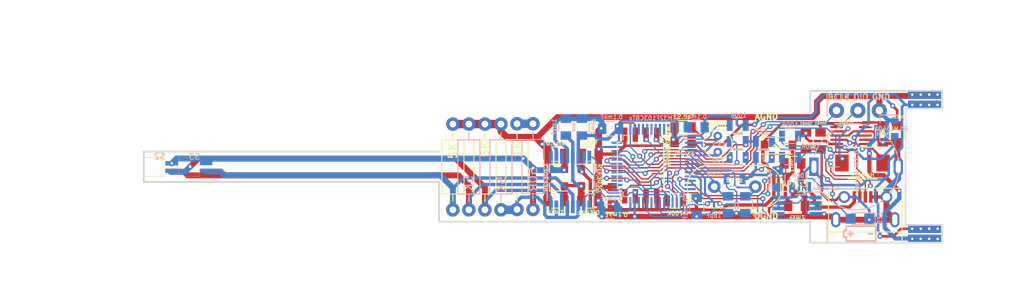
<source format=kicad_pcb>
(kicad_pcb (version 20171130) (host pcbnew 5.0.2+dfsg1-1)
  (layers (0 F.Cu signal) (31 B.Cu signal) (34 B.Paste user hide) (35 F.Paste user hide) (36 B.SilkS user) (37 F.SilkS user) (38 B.Mask user) (39 F.Mask user) (44 Edge.Cuts user))
  (net 0 "")
  (net 1 /OSC8_IN)
  (net 2 /OSC8_OUT)
  (net 3 /OSC32_IN)
  (net 4 /OSC32_OUT)
  (net 5 /3.3V)
  (net 6 /DCLK)
  (net 7 /DIO)
  (net 8 /USBDP)
  (net 9 /USBDM)
  (net 10 "Net-(C6-Pad2)")
  (net 11 "Net-(L1-Pad1)")
  (net 12 /EN)
  (net 13 /SPI_MISO)
  (net 14 /SPI_MOSI)
  (net 15 /SPI_SCLK)
  (net 16 "/AIN1(-)")
  (net 17 /18650)
  (net 18 /AGND)
  (net 19 /USB_DOWN)
  (net 20 /USB_DETECT)
  (net 21 "/AIN(+)")
  (net 22 "/AIN2(-)")
  (net 23 "/AIN3(-)")
  (net 24 /PWR_ON)
  (net 25 /PWR_OFF)
  (net 26 /BOOT0)
  (net 27 /VBAT)
  (net 28 "Net-(IC2-Pad2)")
  (net 29 "Net-(P1-Pad2)")
  (net 30 "Net-(P1-Pad3)")
  (net 31 "Net-(R1-Pad1)")
  (net 32 /5V)
  (net 33 "Net-(R10-Pad1)")
  (net 34 /BLINK)
  (net 35 "Net-(D2-Pad2)")
  (net 36 /3.0VT)
  (net 37 /1.2VT)
  (net 38 "Net-(L1-Pad2)")
  (net 39 /T_ADC_CS)
  (net 40 /FLASH_CS)
  (net 41 "Net-(C5-Pad2)")
  (module zoidberg:700-BAA-B00-SMD (layer B.Cu) (at 30.2775 58.9075 270)
    (fp_text reference R14 hide)
    (fp_text value S2 (at -1.275 1.185 unlocked) (layer B.SilkS) (effects (font (size 0.7 0.7) (thickness 0.1)) (justify mirror)))
    (pad 1 smd rect (at -0.45 -0.25 270) (size 0.5 1.5) (layers B.Cu B.Paste B.Mask) (net 37 /1.2VT))
    (pad 2 smd rect (at 0.45 -0.25 270) (size 0.5 1.5) (layers B.Cu B.Paste B.Mask) (net 22 "/AIN2(-)"))
  )
  (module zoidberg:700-BAA-B00-SMD (layer F.Cu) (at 30.2775 58.8975 90)
    (fp_text reference R12 hide)
    (fp_text value S1 (at 1.265 -1.185 unlocked) (layer F.SilkS) (effects (font (size 0.7 0.7) (thickness 0.1))))
    (pad 1 smd rect (at -0.45 0.25 90) (size 0.5 1.5) (layers F.Cu F.Paste F.Mask) (net 16 "/AIN1(-)"))
    (pad 2 smd rect (at 0.45 0.25 90) (size 0.5 1.5) (layers F.Cu F.Paste F.Mask) (net 37 /1.2VT))
  )
  (module zoidberg:700-BAA-B00-SMD (layer B.Cu) (at 34.3475 58.8775 270)
    (fp_text reference R16 hide)
    (fp_text value S3 (at -1.22 1.13 unlocked) (layer B.SilkS) (effects (font (size 0.7 0.7) (thickness 0.1)) (justify mirror)))
    (pad 1 smd rect (at -0.45 -0.25 270) (size 0.5 1.5) (layers B.Cu B.Paste B.Mask) (net 37 /1.2VT))
    (pad 2 smd rect (at 0.45 -0.25 270) (size 0.5 1.5) (layers B.Cu B.Paste B.Mask) (net 23 "/AIN3(-)"))
  )
  (module TO_SOT_Packages_SMD:SOT-23 (layer F.Cu) (at 76.074 60.15 180)
    (fp_text reference U3 hide)
    (fp_text value REF3012 (at 1.1765 -0.0175 90 unlocked) (layer F.SilkS) (effects (font (size 0.5 0.5) (thickness 0.1))))
    (pad 1 smd rect (at -1 -0.95 180) (size 0.9 0.8) (layers F.Cu F.Paste F.Mask) (net 36 /3.0VT))
    (pad 2 smd rect (at -1 0.95 180) (size 0.9 0.8) (layers F.Cu F.Paste F.Mask) (net 37 /1.2VT))
    (pad 3 smd rect (at 1 0 180) (size 0.9 0.8) (layers F.Cu F.Paste F.Mask) (net 18 /AGND))
  )
  (module zoidberg:PAN-IONISTOR (layer B.Cu) (at 109.1575 58.8575)
    (fp_text reference C21 hide)
    (fp_text value 0.33F hide)
    (fp_text user "0.33F ionistor" (at 2.56 0.7 270) (layer B.SilkS) (effects (font (size 0.5 0.5) (thickness 0.1)) (justify mirror)))
    (pad 1 thru_hole rect (at -2.5 0) (size 1.1 2.2) (drill oval 0.6 1.5) (layers *.Cu *.Mask) (net 27 /VBAT))
    (pad 2 thru_hole oval (at 7.5 0) (size 1.1 2.2) (drill oval 0.6 1.5) (layers *.Cu *.Mask) (net 18 /AGND))
  )
  (module Housings_SSOP:TSSOP-16_4.4x5mm_Pitch0.65mm (layer B.Cu) (at 77.75 60.66 90)
    (fp_text reference U2 hide)
    (fp_text value AD7779 (at 0.1025 3.2875 270 unlocked) (layer B.SilkS) (effects (font (size 0.5 0.5) (thickness 0.1)) (justify mirror)))
    (pad 1 smd rect (at -2.95 2.275 90) (size 1.5 0.45) (layers B.Cu B.Paste B.Mask) (net 15 /SPI_SCLK))
    (pad 2 smd rect (at -2.95 1.625 90) (size 1.5 0.45) (layers B.Cu B.Paste B.Mask) (net 39 /T_ADC_CS))
    (pad 3 smd rect (at -2.95 0.975 90) (size 1.5 0.45) (layers B.Cu B.Paste B.Mask) (net 21 "/AIN(+)"))
    (pad 4 smd rect (at -2.95 0.325 90) (size 1.5 0.45) (layers B.Cu B.Paste B.Mask) (net 23 "/AIN3(-)"))
    (pad 5 smd rect (at -2.95 -0.325 90) (size 1.5 0.45) (layers B.Cu B.Paste B.Mask) (net 21 "/AIN(+)"))
    (pad 6 smd rect (at -2.95 -0.975 90) (size 1.5 0.45) (layers B.Cu B.Paste B.Mask) (net 16 "/AIN1(-)"))
    (pad 7 smd rect (at -2.95 -1.625 90) (size 1.5 0.45) (layers B.Cu B.Paste B.Mask) (net 21 "/AIN(+)"))
    (pad 8 smd rect (at -2.95 -2.275 90) (size 1.5 0.45) (layers B.Cu B.Paste B.Mask) (net 22 "/AIN2(-)"))
    (pad 9 smd rect (at 2.95 -2.275 90) (size 1.5 0.45) (layers B.Cu B.Paste B.Mask) (net 37 /1.2VT))
    (pad 10 smd rect (at 2.95 -1.625 90) (size 1.5 0.45) (layers B.Cu B.Paste B.Mask) (net 18 /AGND))
    (pad 11 smd rect (at 2.95 -0.975 90) (size 1.5 0.45) (layers B.Cu B.Paste B.Mask))
    (pad 12 smd rect (at 2.95 -0.325 90) (size 1.5 0.45) (layers B.Cu B.Paste B.Mask) (net 18 /AGND))
    (pad 13 smd rect (at 2.95 0.325 90) (size 1.5 0.45) (layers B.Cu B.Paste B.Mask) (net 36 /3.0VT))
    (pad 14 smd rect (at 2.95 0.975 90) (size 1.5 0.45) (layers B.Cu B.Paste B.Mask) (net 5 /3.3V))
    (pad 15 smd rect (at 2.95 1.625 90) (size 1.5 0.45) (layers B.Cu B.Paste B.Mask) (net 13 /SPI_MISO))
    (pad 16 smd rect (at 2.95 2.275 90) (size 1.5 0.45) (layers B.Cu B.Paste B.Mask) (net 14 /SPI_MOSI))
  )
  (module Diodes_SMD:D_SOD-123 (layer F.Cu) (at 102.4575 56.3575)
    (fp_text reference D1 hide)
    (fp_text value diod (at 0.075 0.042499 unlocked) (layer F.SilkS) (effects (font (size 0.5 0.5) (thickness 0.1))))
    (pad 1 smd rect (at -1.65 0) (size 0.9 1.2) (layers F.Cu F.Paste F.Mask) (net 5 /3.3V))
    (pad 2 smd rect (at 1.65 0) (size 0.9 1.2) (layers F.Cu F.Paste F.Mask) (net 20 /USB_DETECT))
  )
  (module zoidberg:SN74LVC2G02 (layer B.Cu) (at 104.6575 63.4775 180)
    (fp_text reference IC2 hide)
    (fp_text value SN74LVC2G02 (at -3.41 2.02 unlocked) (layer B.SilkS) (effects (font (size 0.3 0.3) (thickness 0.07)) (justify mirror)))
    (pad 1 smd rect (at -2.2 0.975 270) (size 0.45 1.45) (layers B.Cu B.Paste B.Mask) (net 25 /PWR_OFF))
    (pad 2 smd rect (at -2.2 0.325 270) (size 0.45 1.45) (layers B.Cu B.Paste B.Mask) (net 28 "Net-(IC2-Pad2)"))
    (pad 3 smd rect (at -2.2 -0.325 270) (size 0.45 1.45) (layers B.Cu B.Paste B.Mask) (net 28 "Net-(IC2-Pad2)"))
    (pad 4 smd rect (at -2.2 -0.975 270) (size 0.45 1.45) (layers B.Cu B.Paste B.Mask) (net 18 /AGND))
    (pad 5 smd rect (at 2.2 -0.975 270) (size 0.45 1.45) (layers B.Cu B.Paste B.Mask) (net 24 /PWR_ON))
    (pad 6 smd rect (at 2.2 -0.325 270) (size 0.45 1.45) (layers B.Cu B.Paste B.Mask) (net 12 /EN))
    (pad 7 smd rect (at 2.2 0.325 270) (size 0.45 1.45) (layers B.Cu B.Paste B.Mask) (net 12 /EN))
    (pad 8 smd rect (at 2.2 0.975 270) (size 0.45 1.45) (layers B.Cu B.Paste B.Mask) (net 27 /VBAT))
  )
  (module Resistors_THT:R_Axial_DIN0207_L6.3mm_D2.5mm_P10.16mm_Horizontal (layer F.Cu) (at 63.855 63.96 90)
    (fp_text reference R17 hide)
    (fp_text value 5K (at 7 0 90 unlocked) (layer F.SilkS))
    (pad 1 thru_hole circle (at 0 0 90) (size 1.6 1.6) (drill 0.8) (layers *.Cu *.Mask) (net 23 "/AIN3(-)"))
    (pad 2 thru_hole oval (at 10.16 0 90) (size 1.6 1.6) (drill 0.8) (layers *.Cu *.Mask) (net 18 /AGND))
  )
  (module Resistors_THT:R_Axial_DIN0207_L6.3mm_D2.5mm_P10.16mm_Horizontal (layer F.Cu) (at 67.655 63.96 90)
    (fp_text reference R15 hide)
    (fp_text value 5K (at 7.2 0 90 unlocked) (layer F.SilkS))
    (pad 1 thru_hole circle (at 0 0 90) (size 1.6 1.6) (drill 0.8) (layers *.Cu *.Mask) (net 22 "/AIN2(-)"))
    (pad 2 thru_hole oval (at 10.16 0 90) (size 1.6 1.6) (drill 0.8) (layers *.Cu *.Mask) (net 18 /AGND))
  )
  (module Crystals:Crystal_Round_d3.0mm_Vertical (layer F.Cu) (at 95.25 55.21 270)
    (fp_text reference 32.768 hide)
    (fp_text value 32kHz (at -1.3025 0.0225 unlocked) (layer F.SilkS) (effects (font (size 0.5 0.5) (thickness 0.1))))
    (pad 1 thru_hole circle (at 0 0 270) (size 1 1) (drill 0.5) (layers *.Cu *.Mask) (net 3 /OSC32_IN))
    (pad 2 thru_hole circle (at 1.9 0 270) (size 1 1) (drill 0.5) (layers *.Cu *.Mask) (net 4 /OSC32_OUT))
  )
  (module Resistors_THT:R_Axial_DIN0207_L6.3mm_D2.5mm_P10.16mm_Horizontal (layer F.Cu) (at 71.455 53.76 270)
    (fp_text reference R10 hide)
    (fp_text value 1K (at 3 0 90 unlocked) (layer F.SilkS))
    (pad 1 thru_hole circle (at 0 0 270) (size 1.6 1.6) (drill 0.8) (layers *.Cu *.Mask) (net 33 "Net-(R10-Pad1)"))
    (pad 2 thru_hole oval (at 10.16 0 270) (size 1.6 1.6) (drill 0.8) (layers *.Cu *.Mask) (net 21 "/AIN(+)"))
  )
  (module Resistors_THT:R_Axial_DIN0207_L6.3mm_D2.5mm_P10.16mm_Horizontal (layer B.Cu) (at 69.555 63.96 90)
    (fp_text reference R11 hide)
    (fp_text value 5K (at 3 0.1 90 unlocked) (layer B.SilkS) (effects (justify mirror)))
    (pad 1 thru_hole circle (at 0 0 90) (size 1.6 1.6) (drill 0.8) (layers *.Cu *.Mask) (net 21 "/AIN(+)"))
    (pad 2 thru_hole oval (at 10.16 0 90) (size 1.6 1.6) (drill 0.8) (layers *.Cu *.Mask) (net 18 /AGND))
  )
  (module Resistors_THT:R_Axial_DIN0207_L6.3mm_D2.5mm_P10.16mm_Horizontal (layer B.Cu) (at 65.755 63.96 90)
    (fp_text reference R13 hide)
    (fp_text value 5K (at 3.1 0 90 unlocked) (layer B.SilkS) (effects (justify mirror)))
    (pad 1 thru_hole circle (at 0 0 90) (size 1.6 1.6) (drill 0.8) (layers *.Cu *.Mask) (net 16 "/AIN1(-)"))
    (pad 2 thru_hole oval (at 10.16 0 90) (size 1.6 1.6) (drill 0.8) (layers *.Cu *.Mask) (net 18 /AGND))
  )
  (module TO_SOT_Packages_SMD:SOT-23 (layer F.Cu) (at 80.08 60.135)
    (fp_text reference U4 hide)
    (fp_text value REF3030 (at 1.1775 0.0425 270 unlocked) (layer F.SilkS) (effects (font (size 0.5 0.5) (thickness 0.1))))
    (pad 1 smd rect (at -1 -0.95) (size 0.9 0.8) (layers F.Cu F.Paste F.Mask) (net 5 /3.3V))
    (pad 2 smd rect (at -1 0.95) (size 0.9 0.8) (layers F.Cu F.Paste F.Mask) (net 36 /3.0VT))
    (pad 3 smd rect (at 1 0) (size 0.9 0.8) (layers F.Cu F.Paste F.Mask) (net 18 /AGND))
  )
  (module Crystals:Crystal_HC49-U_Vertical (layer F.Cu) (at 99.7175 61.2175 180)
    (fp_text reference 8MHz1 hide)
    (fp_text value 8MHz (at 2.495 0.8 unlocked) (layer F.SilkS) (effects (font (size 0.5 0.5) (thickness 0.1))))
    (pad 1 thru_hole circle (at 0 0 180) (size 1.5 1.5) (drill 0.8) (layers *.Cu *.Mask) (net 1 /OSC8_IN))
    (pad 2 thru_hole circle (at 4.88 0 180) (size 1.5 1.5) (drill 0.8) (layers *.Cu *.Mask) (net 2 /OSC8_OUT))
  )
  (module Capacitors_SMD:C_0805 (layer F.Cu) (at 91.14 54.21 180)
    (fp_text reference C1 hide)
    (fp_text value 12.5pF (at -0.105 1.3 unlocked) (layer F.SilkS) (effects (font (size 0.5 0.5) (thickness 0.1))))
    (pad 1 smd rect (at -1 0 180) (size 1 1.25) (layers F.Cu F.Paste F.Mask) (net 3 /OSC32_IN))
    (pad 2 smd rect (at 1 0 180) (size 1 1.25) (layers F.Cu F.Paste F.Mask) (net 18 /AGND))
  )
  (module Capacitors_SMD:C_0805 (layer B.Cu) (at 98.525 63.36 270)
    (fp_text reference C2 hide)
    (fp_text value 18pF (at 1.2575 -1.6425 unlocked) (layer B.SilkS) (effects (font (size 0.5 0.5) (thickness 0.1)) (justify mirror)))
    (pad 1 smd rect (at -1 0 270) (size 1 1.25) (layers B.Cu B.Paste B.Mask) (net 1 /OSC8_IN))
    (pad 2 smd rect (at 1 0 270) (size 1 1.25) (layers B.Cu B.Paste B.Mask) (net 18 /AGND))
  )
  (module Capacitors_SMD:C_0805 (layer F.Cu) (at 91.15 55.91 180)
    (fp_text reference C3 hide)
    (fp_text value 12.5pF (at -0.0675 -1.4075 180 unlocked) (layer F.SilkS) (effects (font (size 0.5 0.5) (thickness 0.1))))
    (pad 1 smd rect (at -1 0 180) (size 1 1.25) (layers F.Cu F.Paste F.Mask) (net 4 /OSC32_OUT))
    (pad 2 smd rect (at 1 0 180) (size 1 1.25) (layers F.Cu F.Paste F.Mask) (net 18 /AGND))
  )
  (module Capacitors_SMD:C_0805 (layer B.Cu) (at 96.475 63.36 270)
    (fp_text reference C4 hide)
    (fp_text value 18pF (at 1.2675 1.6975 unlocked) (layer B.SilkS) (effects (font (size 0.5 0.5) (thickness 0.1)) (justify mirror)))
    (pad 1 smd rect (at -1 0 270) (size 1 1.25) (layers B.Cu B.Paste B.Mask) (net 2 /OSC8_OUT))
    (pad 2 smd rect (at 1 0 270) (size 1 1.25) (layers B.Cu B.Paste B.Mask) (net 18 /AGND))
  )
  (module Capacitors_SMD:C_0805 (layer F.Cu) (at 105.7075 55.7875 90)
    (fp_text reference C5 hide)
    (fp_text value 10mkF (at 2.07 0.03 unlocked) (layer F.SilkS) (effects (font (size 0.3 0.3) (thickness 0.07))))
    (pad 1 smd rect (at -1 0 90) (size 1 1.25) (layers F.Cu F.Paste F.Mask) (net 18 /AGND))
    (pad 2 smd rect (at 1 0 90) (size 1 1.25) (layers F.Cu F.Paste F.Mask) (net 41 "Net-(C5-Pad2)"))
  )
  (module Capacitors_SMD:C_0805 (layer F.Cu) (at 116.5175 54.9575 90)
    (fp_text reference C6 hide)
    (fp_text value 0.1mkF (at 2 0.05 unlocked) (layer F.SilkS) (effects (font (size 0.3 0.3) (thickness 0.07))))
    (pad 1 smd rect (at -1 0 90) (size 1 1.25) (layers F.Cu F.Paste F.Mask) (net 18 /AGND))
    (pad 2 smd rect (at 1 0 90) (size 1 1.25) (layers F.Cu F.Paste F.Mask) (net 10 "Net-(C6-Pad2)"))
  )
  (module Capacitors_SMD:C_0805 (layer B.Cu) (at 82.55 54.36 180)
    (fp_text reference C7 hide)
    (fp_text value 0.1mkF (at -0.105 1.4 unlocked) (layer B.SilkS) (effects (font (size 0.5 0.5) (thickness 0.1)) (justify mirror)))
    (pad 1 smd rect (at -1 0 180) (size 1 1.25) (layers B.Cu B.Paste B.Mask) (net 5 /3.3V))
    (pad 2 smd rect (at 1 0 180) (size 1 1.25) (layers B.Cu B.Paste B.Mask) (net 18 /AGND))
  )
  (module Capacitors_SMD:C_0805 (layer F.Cu) (at 114.8175 54.9575 90)
    (fp_text reference C8 hide)
    (fp_text value 10mkF (at 0 0 unlocked) (layer F.SilkS) (effects (font (size 0.3 0.3) (thickness 0.07))))
    (pad 1 smd rect (at -1 0 90) (size 1 1.25) (layers F.Cu F.Paste F.Mask) (net 18 /AGND))
    (pad 2 smd rect (at 1 0 90) (size 1 1.25) (layers F.Cu F.Paste F.Mask) (net 5 /3.3V))
  )
  (module Capacitors_SMD:C_0805 (layer F.Cu) (at 104.1575 58.4675 180)
    (fp_text reference C9 hide)
    (fp_text value 1mkF (at 0.14 0 270) (layer F.SilkS) (effects (font (size 0.3 0.3) (thickness 0.07))))
    (pad 1 smd rect (at -1 0 180) (size 1 1.25) (layers F.Cu F.Paste F.Mask) (net 32 /5V))
    (pad 2 smd rect (at 1 0 180) (size 1 1.25) (layers F.Cu F.Paste F.Mask) (net 18 /AGND))
  )
  (module Capacitors_SMD:C_0805 (layer F.Cu) (at 104.5975 63.4875 180)
    (fp_text reference C10 hide)
    (fp_text value 1mkF (at -0.02 -1.37 180 unlocked) (layer F.SilkS) (effects (font (size 0.5 0.5) (thickness 0.1))))
    (pad 1 smd rect (at -1 0 180) (size 1 1.25) (layers F.Cu F.Paste F.Mask) (net 18 /AGND))
    (pad 2 smd rect (at 1 0 180) (size 1 1.25) (layers F.Cu F.Paste F.Mask) (net 20 /USB_DETECT))
  )
  (module Capacitors_SMD:C_0805 (layer F.Cu) (at 80.138 57.356)
    (fp_text reference C11 hide)
    (fp_text value 1mkF (at 0 -1.397 unlocked) (layer F.SilkS) (effects (font (size 0.5 0.5) (thickness 0.1))))
    (pad 1 smd rect (at -1 0) (size 1 1.25) (layers F.Cu F.Paste F.Mask) (net 5 /3.3V))
    (pad 2 smd rect (at 1 0) (size 1 1.25) (layers F.Cu F.Paste F.Mask) (net 18 /AGND))
  )
  (module Capacitors_SMD:C_0805 (layer F.Cu) (at 80.0775 62.9175)
    (fp_text reference C12 hide)
    (fp_text value 0.1mkF (at -0.16 1.33 180 unlocked) (layer F.SilkS) (effects (font (size 0.5 0.5) (thickness 0.1))))
    (pad 1 smd rect (at -1 0) (size 1 1.25) (layers F.Cu F.Paste F.Mask) (net 36 /3.0VT))
    (pad 2 smd rect (at 1 0) (size 1 1.25) (layers F.Cu F.Paste F.Mask) (net 18 /AGND))
  )
  (module Capacitors_SMD:C_0805 (layer F.Cu) (at 76.0675 62.9075 180)
    (fp_text reference C13 hide)
    (fp_text value 1mkF (at 0.03 -1.35 180 unlocked) (layer F.SilkS) (effects (font (size 0.5 0.5) (thickness 0.1))))
    (pad 1 smd rect (at -1 0 180) (size 1 1.25) (layers F.Cu F.Paste F.Mask) (net 36 /3.0VT))
    (pad 2 smd rect (at 1 0 180) (size 1 1.25) (layers F.Cu F.Paste F.Mask) (net 18 /AGND))
  )
  (module Capacitors_SMD:C_0805 (layer F.Cu) (at 82.8325 62.2775 270)
    (fp_text reference C14 hide)
    (fp_text value 0.1mkF (at 2.23 -0.395 180 unlocked) (layer F.SilkS) (effects (font (size 0.5 0.5) (thickness 0.1))))
    (pad 1 smd rect (at -1 0 270) (size 1 1.25) (layers F.Cu F.Paste F.Mask) (net 18 /AGND))
    (pad 2 smd rect (at 1 0 270) (size 1 1.25) (layers F.Cu F.Paste F.Mask) (net 5 /3.3V))
  )
  (module Capacitors_SMD:C_0805 (layer B.Cu) (at 79.155 54.16 90)
    (fp_text reference C15 hide)
    (fp_text value 1mkF (at 0.1 1.3 270 unlocked) (layer B.SilkS) (effects (font (size 0.5 0.5) (thickness 0.1)) (justify mirror)))
    (pad 1 smd rect (at -1 0 90) (size 1 1.25) (layers B.Cu B.Paste B.Mask) (net 5 /3.3V))
    (pad 2 smd rect (at 1 0 90) (size 1 1.25) (layers B.Cu B.Paste B.Mask) (net 18 /AGND))
  )
  (module Capacitors_SMD:C_0805 (layer B.Cu) (at 77.255 54.16 90)
    (fp_text reference C17 hide)
    (fp_text value 1mkF (at 0 -1.4 90 unlocked) (layer B.SilkS) (effects (font (size 0.5 0.5) (thickness 0.1)) (justify mirror)))
    (pad 1 smd rect (at -1 0 90) (size 1 1.25) (layers B.Cu B.Paste B.Mask) (net 36 /3.0VT))
    (pad 2 smd rect (at 1 0 90) (size 1 1.25) (layers B.Cu B.Paste B.Mask) (net 18 /AGND))
  )
  (module Capacitors_SMD:C_0805 (layer F.Cu) (at 76.05 57.36 180)
    (fp_text reference C18 hide)
    (fp_text value 0.1mkF (at -0.2 1.3 unlocked) (layer F.SilkS) (effects (font (size 0.5 0.5) (thickness 0.1))))
    (pad 1 smd rect (at -1 0 180) (size 1 1.25) (layers F.Cu F.Paste F.Mask) (net 37 /1.2VT))
    (pad 2 smd rect (at 1 0 180) (size 1 1.25) (layers F.Cu F.Paste F.Mask) (net 18 /AGND))
  )
  (module Resistors_SMD:R_0805 (layer B.Cu) (at 97.2575 60.2775)
    (fp_text reference R1 hide)
    (fp_text value 100K (at -2.44 -0.52 unlocked) (layer B.SilkS) (effects (font (size 0.5 0.5) (thickness 0.1)) (justify mirror)))
    (pad 1 smd rect (at -0.95 0) (size 0.7 1.3) (layers B.Cu B.Paste B.Mask) (net 31 "Net-(R1-Pad1)"))
    (pad 2 smd rect (at 0.95 0) (size 0.7 1.3) (layers B.Cu B.Paste B.Mask) (net 18 /AGND))
  )
  (module Resistors_SMD:R_0805 (layer B.Cu) (at 97.6175 53.9575)
    (fp_text reference R2 hide)
    (fp_text value 100K (at 0.1 -1.2 unlocked) (layer B.SilkS) (effects (font (size 0.5 0.5) (thickness 0.1)) (justify mirror)))
    (pad 1 smd rect (at -0.95 0) (size 0.7 1.3) (layers B.Cu B.Paste B.Mask) (net 26 /BOOT0))
    (pad 2 smd rect (at 0.95 0) (size 0.7 1.3) (layers B.Cu B.Paste B.Mask) (net 18 /AGND))
  )
  (module Resistors_SMD:R_0805 (layer B.Cu) (at 97.6175 55.8575)
    (fp_text reference R3 hide)
    (fp_text value 1K5 (at -2.2 0.3 unlocked) (layer B.SilkS) (effects (font (size 0.5 0.5) (thickness 0.1)) (justify mirror)))
    (pad 1 smd rect (at -0.95 0) (size 0.7 1.3) (layers B.Cu B.Paste B.Mask) (net 19 /USB_DOWN))
    (pad 2 smd rect (at 0.95 0) (size 0.7 1.3) (layers B.Cu B.Paste B.Mask) (net 8 /USBDP))
  )
  (module Resistors_SMD:R_0805 (layer B.Cu) (at 97.6175 57.7575 180)
    (fp_text reference R4 hide)
    (fp_text value 22R (at 2.3 -0.4 unlocked) (layer B.SilkS) (effects (font (size 0.5 0.5) (thickness 0.1)) (justify mirror)))
    (pad 1 smd rect (at -0.95 0 180) (size 0.7 1.3) (layers B.Cu B.Paste B.Mask) (net 29 "Net-(P1-Pad2)"))
    (pad 2 smd rect (at 0.95 0 180) (size 0.7 1.3) (layers B.Cu B.Paste B.Mask) (net 9 /USBDM))
  )
  (module Resistors_SMD:R_0805 (layer B.Cu) (at 100.7175 55.8575 180)
    (fp_text reference R5 hide)
    (fp_text value 22R (at 0.3 1.3 unlocked) (layer B.SilkS) (effects (font (size 0.5 0.5) (thickness 0.1)) (justify mirror)))
    (pad 1 smd rect (at -0.95 0 180) (size 0.7 1.3) (layers B.Cu B.Paste B.Mask) (net 30 "Net-(P1-Pad3)"))
    (pad 2 smd rect (at 0.95 0 180) (size 0.7 1.3) (layers B.Cu B.Paste B.Mask) (net 8 /USBDP))
  )
  (module Resistors_SMD:R_0805 (layer B.Cu) (at 103.8175 57.7375 180)
    (fp_text reference R6 hide)
    (fp_text value 300R (at -2.3 1.28 unlocked) (layer B.SilkS) (effects (font (size 0.5 0.5) (thickness 0.1)) (justify mirror)))
    (pad 1 smd rect (at -0.95 0 180) (size 0.7 1.3) (layers B.Cu B.Paste B.Mask) (net 35 "Net-(D2-Pad2)"))
    (pad 2 smd rect (at 0.95 0 180) (size 0.7 1.3) (layers B.Cu B.Paste B.Mask) (net 34 /BLINK))
  )
  (module Resistors_SMD:R_0805 (layer B.Cu) (at 103.8175 55.2275)
    (fp_text reference R7 hide)
    (fp_text value 100R (at 0 -1.37) (layer B.SilkS) (effects (font (size 0.5 0.5) (thickness 0.1)) (justify mirror)))
    (pad 1 smd rect (at -0.95 0) (size 0.7 1.3) (layers B.Cu B.Paste B.Mask) (net 10 "Net-(C6-Pad2)"))
    (pad 2 smd rect (at 0.95 0) (size 0.7 1.3) (layers B.Cu B.Paste B.Mask) (net 41 "Net-(C5-Pad2)"))
  )
  (module Capacitors_SMD:C_0805 (layer B.Cu) (at 82.45 64.16 180)
    (fp_text reference C16 hide)
    (fp_text value 0.1mkF (at -0.2175 1.5025 unlocked) (layer B.SilkS) (effects (font (size 0.5 0.5) (thickness 0.1)) (justify mirror)))
    (pad 1 smd rect (at -1 0 180) (size 1 1.25) (layers B.Cu B.Paste B.Mask) (net 5 /3.3V))
    (pad 2 smd rect (at 1 0 180) (size 1 1.25) (layers B.Cu B.Paste B.Mask) (net 18 /AGND))
  )
  (module Capacitors_SMD:C_0805 (layer B.Cu) (at 92.75 63.56 270)
    (fp_text reference C19 hide)
    (fp_text value 0.1mkF (at 0.24 1.325 90 unlocked) (layer B.SilkS) (effects (font (size 0.5 0.5) (thickness 0.1)) (justify mirror)))
    (pad 1 smd rect (at -1 0 270) (size 1 1.25) (layers B.Cu B.Paste B.Mask) (net 5 /3.3V))
    (pad 2 smd rect (at 1 0 270) (size 1 1.25) (layers B.Cu B.Paste B.Mask) (net 18 /AGND))
  )
  (module Capacitors_SMD:C_0805 (layer B.Cu) (at 92.704 54.162)
    (fp_text reference C20 hide)
    (fp_text value 0.1mkF (at -0.089 -1.252 unlocked) (layer B.SilkS) (effects (font (size 0.5 0.5) (thickness 0.1)) (justify mirror)))
    (pad 1 smd rect (at -1 0) (size 1 1.25) (layers B.Cu B.Paste B.Mask) (net 5 /3.3V))
    (pad 2 smd rect (at 1 0) (size 1 1.25) (layers B.Cu B.Paste B.Mask) (net 18 /AGND))
  )
  (module zoidberg:L_1812 (layer F.Cu) (at 112.4175 58.4175 180)
    (fp_text reference L1 hide)
    (fp_text value 2.2mkH (at -0.02 -1.4 unlocked) (layer F.SilkS) (effects (font (size 0.5 0.5) (thickness 0.1))))
    (pad 1 smd rect (at -2.44 0 180) (size 1.6 2) (layers F.Cu F.Paste F.Mask) (net 11 "Net-(L1-Pad1)"))
    (pad 2 smd rect (at 2.44 0 180) (size 1.6 2) (layers F.Cu F.Paste F.Mask) (net 38 "Net-(L1-Pad2)"))
  )
  (module Capacitors_SMD:C_0805 (layer B.Cu) (at 102.3675 60.3075 90)
    (fp_text reference C23 hide)
    (fp_text value 0.1mkF (at -0.15 -1.05 90 unlocked) (layer B.SilkS) (effects (font (size 0.5 0.5) (thickness 0.1)) (justify mirror)))
    (pad 1 smd rect (at -1 0 90) (size 1 1.25) (layers B.Cu B.Paste B.Mask) (net 27 /VBAT))
    (pad 2 smd rect (at 1 0 90) (size 1 1.25) (layers B.Cu B.Paste B.Mask) (net 18 /AGND))
  )
  (module Resistors_SMD:R_0805 (layer B.Cu) (at 105.0175 61.2975)
    (fp_text reference R19 hide)
    (fp_text value 100K (at 0 -1.39 unlocked) (layer B.SilkS) (effects (font (size 0.5 0.5) (thickness 0.1)) (justify mirror)))
    (pad 1 smd rect (at -0.95 0) (size 0.7 1.3) (layers B.Cu B.Paste B.Mask) (net 18 /AGND))
    (pad 2 smd rect (at 0.95 0) (size 0.7 1.3) (layers B.Cu B.Paste B.Mask) (net 25 /PWR_OFF))
  )
  (module Resistors_SMD:R_0805 (layer F.Cu) (at 90.1975 62.8875 180)
    (fp_text reference R20 hide)
    (fp_text value 100K (at 0 -1.45 180 unlocked) (layer F.SilkS) (effects (font (size 0.5 0.5) (thickness 0.1))))
    (pad 1 smd rect (at -0.95 0 180) (size 0.7 1.3) (layers F.Cu F.Paste F.Mask) (net 24 /PWR_ON))
    (pad 2 smd rect (at 0.95 0 180) (size 0.7 1.3) (layers F.Cu F.Paste F.Mask) (net 18 /AGND))
  )
  (module Resistors_SMD:R_0805 (layer B.Cu) (at 100.7075 57.7375)
    (fp_text reference R9 hide)
    (fp_text value 100K (at 0.01 0.02 90 unlocked) (layer B.SilkS) (effects (font (size 0.3 0.3) (thickness 0.07)) (justify mirror)))
    (pad 1 smd rect (at -0.95 0) (size 0.7 1.3) (layers B.Cu B.Paste B.Mask) (net 18 /AGND))
    (pad 2 smd rect (at 0.95 0) (size 0.7 1.3) (layers B.Cu B.Paste B.Mask) (net 20 /USB_DETECT))
  )
  (module Resistors_THT:R_Axial_DIN0207_L6.3mm_D2.5mm_P10.16mm_Horizontal (layer B.Cu) (at 73.355 53.76 270)
    (fp_text reference R18 hide)
    (fp_text value 50R (at 6.6 0 90 unlocked) (layer B.SilkS) (effects (justify mirror)))
    (pad 1 thru_hole circle (at 0 0 270) (size 1.6 1.6) (drill 0.8) (layers *.Cu *.Mask) (net 33 "Net-(R10-Pad1)"))
    (pad 2 thru_hole oval (at 10.16 0 270) (size 1.6 1.6) (drill 0.8) (layers *.Cu *.Mask) (net 37 /1.2VT))
  )
  (module LEDs:LED_0805 (layer B.Cu) (at 112.1175 65.0075 180)
    (fp_text reference D2 hide)
    (fp_text value LED (at -2.35 -0.01 90) (layer B.SilkS) (effects (font (size 0.5 0.5) (thickness 0.1)) (justify mirror)))
    (pad 2 smd rect (at 1.1 0) (size 1.2 1.2) (layers B.Cu B.Paste B.Mask) (net 35 "Net-(D2-Pad2)"))
    (pad 1 smd rect (at -1.1 0) (size 1.2 1.2) (layers B.Cu B.Paste B.Mask) (net 18 /AGND))
  )
  (module Capacitors_SMD:C_0805 (layer F.Cu) (at 107.4375 55.7875 90)
    (fp_text reference C22 hide)
    (fp_text value 10mkF (at 2.13 0.06 unlocked) (layer F.SilkS) (effects (font (size 0.3 0.3) (thickness 0.07))))
    (pad 1 smd rect (at -1 0 90) (size 1 1.25) (layers F.Cu F.Paste F.Mask) (net 18 /AGND))
    (pad 2 smd rect (at 1 0 90) (size 1 1.25) (layers F.Cu F.Paste F.Mask) (net 5 /3.3V))
  )
  (module zoidberg:TPS63001 (layer F.Cu) (at 111.1375 55.3775)
    (fp_text reference U1 hide)
    (fp_text value TPS63001 (at -0.93 -1.91 unlocked) (layer F.SilkS) (effects (font (size 0.3 0.3) (thickness 0.07))))
    (pad 10 smd rect (at 1.62 -1.22) (size 1.5 0.25) (layers F.Cu F.Paste F.Mask) (net 5 /3.3V))
    (pad 9 smd rect (at 1.62 -0.72) (size 1.5 0.25) (layers F.Cu F.Paste F.Mask) (net 18 /AGND))
    (pad 1 smd rect (at -1.78 -1.22) (size 1.5 0.25) (layers F.Cu F.Paste F.Mask) (net 5 /3.3V))
    (pad 2 smd rect (at -1.78 -0.72) (size 1.5 0.25) (layers F.Cu F.Paste F.Mask) (net 38 "Net-(L1-Pad2)"))
    (pad 3 smd rect (at -1.78 -0.22) (size 1.5 0.25) (layers F.Cu F.Paste F.Mask) (net 18 /AGND))
    (pad 4 smd rect (at -1.78 0.28) (size 1.5 0.25) (layers F.Cu F.Paste F.Mask) (net 11 "Net-(L1-Pad1)"))
    (pad 5 smd rect (at -1.78 0.78) (size 1.5 0.25) (layers F.Cu F.Paste F.Mask) (net 41 "Net-(C5-Pad2)"))
    (pad 6 smd rect (at 1.62 0.78) (size 1.5 0.25) (layers F.Cu F.Paste F.Mask) (net 12 /EN))
    (pad 7 smd rect (at 1.62 0.28) (size 1.5 0.25) (layers F.Cu F.Paste F.Mask) (net 18 /AGND))
    (pad 8 smd rect (at 1.62 -0.22) (size 1.5 0.25) (layers F.Cu F.Paste F.Mask) (net 10 "Net-(C6-Pad2)"))
  )
  (module zoidberg:USB_Micro-B (layer F.Cu) (at 112.7475 63.7875)
    (fp_text reference P1 hide)
    (fp_text value USB hide)
    (pad 1 smd rect (at -1.3 -1.35 90) (size 1.35 0.4) (layers F.Cu F.Paste F.Mask) (net 32 /5V))
    (pad 2 smd rect (at -0.65 -1.35 90) (size 1.35 0.4) (layers F.Cu F.Paste F.Mask) (net 29 "Net-(P1-Pad2)"))
    (pad 3 smd rect (at 0 -1.35 90) (size 1.35 0.4) (layers F.Cu F.Paste F.Mask) (net 30 "Net-(P1-Pad3)"))
    (pad 4 smd rect (at 0.65 -1.35 90) (size 1.35 0.4) (layers F.Cu F.Paste F.Mask) (net 18 /AGND))
    (pad 5 smd rect (at 1.3 -1.35 90) (size 1.35 0.4) (layers F.Cu F.Paste F.Mask) (net 18 /AGND))
    (pad 6 thru_hole circle (at -2.5 -1.35 90) (size 1.4 1.4) (drill 0.9) (layers *.Cu *.Mask) (net 18 /AGND))
    (pad 6 thru_hole circle (at 2.5 -1.35 90) (size 1.4 1.4) (drill 0.9) (layers *.Cu *.Mask) (net 18 /AGND))
    (pad 6 thru_hole oval (at -3.5 1.35 90) (size 1.8 1.1) (drill oval 1.3 0.6) (layers *.Cu *.Mask) (net 18 /AGND))
    (pad 6 thru_hole oval (at 3.5 1.35 90) (size 1.8 1.1) (drill oval 1.3 0.6) (layers *.Cu *.Mask) (net 18 /AGND))
  )
  (module zoidberg:AP7313 (layer F.Cu) (at 104.2875 61.0075 270)
    (fp_text reference U5 hide)
    (fp_text value AP7313 (at -0.025 -0.155 unlocked) (layer F.SilkS) (effects (font (size 0.5 0.5) (thickness 0.1))))
    (pad 1 smd rect (at -1 -0.95 270) (size 0.9 0.8) (layers F.Cu F.Paste F.Mask) (net 32 /5V))
    (pad 2 smd rect (at -1 0.95 270) (size 0.9 0.8) (layers F.Cu F.Paste F.Mask) (net 20 /USB_DETECT))
    (pad 3 smd rect (at 1 0 270) (size 0.9 0.8) (layers F.Cu F.Paste F.Mask) (net 18 /AGND))
  )
  (module zoidberg:STM32F103 (layer B.Cu) (at 87.65 58.76 180)
    (fp_text reference SPI1-CS1 hide)
    (fp_text value STM32F103CBTx (at -0.0925 5.6775 unlocked) (layer B.SilkS) (effects (font (size 0.5 0.5) (thickness 0.1)) (justify mirror)))
    (pad 1 smd rect (at -4.35 2.75 180) (size 1.3 0.25) (layers B.Cu B.Paste B.Mask) (net 27 /VBAT))
    (pad 2 smd rect (at -4.35 2.25 180) (size 1.3 0.25) (layers B.Cu B.Paste B.Mask) (net 24 /PWR_ON))
    (pad 3 smd rect (at -4.35 1.75 180) (size 1.3 0.25) (layers B.Cu B.Paste B.Mask) (net 3 /OSC32_IN))
    (pad 4 smd rect (at -4.35 1.25 180) (size 1.3 0.25) (layers B.Cu B.Paste B.Mask) (net 4 /OSC32_OUT))
    (pad 5 smd rect (at -4.35 0.75 180) (size 1.3 0.25) (layers B.Cu B.Paste B.Mask) (net 1 /OSC8_IN))
    (pad 6 smd rect (at -4.35 0.25 180) (size 1.3 0.25) (layers B.Cu B.Paste B.Mask) (net 2 /OSC8_OUT))
    (pad 7 smd rect (at -4.35 -0.25 180) (size 1.3 0.25) (layers B.Cu B.Paste B.Mask))
    (pad 8 smd rect (at -4.35 -0.75 180) (size 1.3 0.25) (layers B.Cu B.Paste B.Mask) (net 18 /AGND))
    (pad 9 smd rect (at -4.35 -1.25 180) (size 1.3 0.25) (layers B.Cu B.Paste B.Mask) (net 5 /3.3V))
    (pad 10 smd rect (at -4.35 -1.75 180) (size 1.3 0.25) (layers B.Cu B.Paste B.Mask))
    (pad 11 smd rect (at -4.35 -2.25 180) (size 1.3 0.25) (layers B.Cu B.Paste B.Mask))
    (pad 12 smd rect (at -4.35 -2.75 180) (size 1.3 0.25) (layers B.Cu B.Paste B.Mask) (net 34 /BLINK))
    (pad 13 smd rect (at -2.75 -4.35 90) (size 1.3 0.25) (layers B.Cu B.Paste B.Mask) (net 40 /FLASH_CS))
    (pad 14 smd rect (at -2.25 -4.35 90) (size 1.3 0.25) (layers B.Cu B.Paste B.Mask) (net 39 /T_ADC_CS))
    (pad 15 smd rect (at -1.75 -4.35 90) (size 1.3 0.25) (layers B.Cu B.Paste B.Mask) (net 15 /SPI_SCLK))
    (pad 16 smd rect (at -1.25 -4.35 90) (size 1.3 0.25) (layers B.Cu B.Paste B.Mask) (net 13 /SPI_MISO))
    (pad 17 smd rect (at -0.75 -4.35 90) (size 1.3 0.25) (layers B.Cu B.Paste B.Mask) (net 14 /SPI_MOSI))
    (pad 18 smd rect (at -0.25 -4.35 90) (size 1.3 0.25) (layers B.Cu B.Paste B.Mask))
    (pad 19 smd rect (at 0.25 -4.35 90) (size 1.3 0.25) (layers B.Cu B.Paste B.Mask))
    (pad 20 smd rect (at 0.75 -4.35 90) (size 1.3 0.25) (layers B.Cu B.Paste B.Mask) (net 31 "Net-(R1-Pad1)"))
    (pad 21 smd rect (at 1.25 -4.35 90) (size 1.3 0.25) (layers B.Cu B.Paste B.Mask))
    (pad 22 smd rect (at 1.75 -4.35 90) (size 1.3 0.25) (layers B.Cu B.Paste B.Mask))
    (pad 23 smd rect (at 2.25 -4.35 90) (size 1.3 0.25) (layers B.Cu B.Paste B.Mask) (net 18 /AGND))
    (pad 24 smd rect (at 2.75 -4.35 90) (size 1.3 0.25) (layers B.Cu B.Paste B.Mask) (net 5 /3.3V))
    (pad 25 smd rect (at 4.35 -2.75 180) (size 1.3 0.25) (layers B.Cu B.Paste B.Mask))
    (pad 26 smd rect (at 4.35 -2.25 180) (size 1.3 0.25) (layers B.Cu B.Paste B.Mask))
    (pad 27 smd rect (at 4.35 -1.75 180) (size 1.3 0.25) (layers B.Cu B.Paste B.Mask))
    (pad 28 smd rect (at 4.35 -1.25 180) (size 1.3 0.25) (layers B.Cu B.Paste B.Mask))
    (pad 29 smd rect (at 4.35 -0.75 180) (size 1.3 0.25) (layers B.Cu B.Paste B.Mask) (net 20 /USB_DETECT))
    (pad 30 smd rect (at 4.35 -0.25 180) (size 1.3 0.25) (layers B.Cu B.Paste B.Mask) (net 19 /USB_DOWN))
    (pad 31 smd rect (at 4.35 0.25 180) (size 1.3 0.25) (layers B.Cu B.Paste B.Mask) (net 25 /PWR_OFF))
    (pad 32 smd rect (at 4.35 0.75 180) (size 1.3 0.25) (layers B.Cu B.Paste B.Mask) (net 9 /USBDM))
    (pad 33 smd rect (at 4.35 1.25 180) (size 1.3 0.25) (layers B.Cu B.Paste B.Mask) (net 8 /USBDP))
    (pad 34 smd rect (at 4.35 1.75 180) (size 1.3 0.25) (layers B.Cu B.Paste B.Mask) (net 7 /DIO))
    (pad 35 smd rect (at 4.35 2.25 180) (size 1.3 0.25) (layers B.Cu B.Paste B.Mask) (net 18 /AGND))
    (pad 36 smd rect (at 4.35 2.75 180) (size 1.3 0.25) (layers B.Cu B.Paste B.Mask) (net 5 /3.3V))
    (pad 37 smd rect (at 2.75 4.35 90) (size 1.3 0.25) (layers B.Cu B.Paste B.Mask) (net 6 /DCLK))
    (pad 38 smd rect (at 2.25 4.35 90) (size 1.3 0.25) (layers B.Cu B.Paste B.Mask))
    (pad 39 smd rect (at 1.75 4.35 90) (size 1.3 0.25) (layers B.Cu B.Paste B.Mask))
    (pad 40 smd rect (at 1.25 4.35 90) (size 1.3 0.25) (layers B.Cu B.Paste B.Mask))
    (pad 41 smd rect (at 0.75 4.35 90) (size 1.3 0.25) (layers B.Cu B.Paste B.Mask))
    (pad 42 smd rect (at 0.25 4.35 90) (size 1.3 0.25) (layers B.Cu B.Paste B.Mask))
    (pad 43 smd rect (at -0.25 4.35 90) (size 1.3 0.25) (layers B.Cu B.Paste B.Mask))
    (pad 44 smd rect (at -0.75 4.35 90) (size 1.3 0.25) (layers B.Cu B.Paste B.Mask) (net 26 /BOOT0))
    (pad 45 smd rect (at -1.25 4.35 90) (size 1.3 0.25) (layers B.Cu B.Paste B.Mask))
    (pad 46 smd rect (at -1.75 4.35 90) (size 1.3 0.25) (layers B.Cu B.Paste B.Mask))
    (pad 47 smd rect (at -2.25 4.35 90) (size 1.3 0.25) (layers B.Cu B.Paste B.Mask) (net 18 /AGND))
    (pad 48 smd rect (at -2.75 4.35 90) (size 1.3 0.25) (layers B.Cu B.Paste B.Mask) (net 5 /3.3V))
  )
  (module zoidberg:MX25L64 (layer F.Cu) (at 86.1175 58.7075 270)
    (fp_text reference IC1 hide)
    (fp_text value MX25L6406E (at -2.23 -3.21 270 unlocked) (layer F.SilkS) (effects (font (size 0.5 0.5) (thickness 0.1))))
    (pad 1 smd rect (at -3.65 -1.905 270) (size 1.7 0.65) (layers F.Cu F.Paste F.Mask) (net 40 /FLASH_CS))
    (pad 2 smd rect (at -3.65 -0.635 270) (size 1.7 0.65) (layers F.Cu F.Paste F.Mask) (net 13 /SPI_MISO))
    (pad 3 smd rect (at -3.65 0.635 270) (size 1.7 0.65) (layers F.Cu F.Paste F.Mask) (net 5 /3.3V))
    (pad 4 smd rect (at -3.65 1.905 270) (size 1.7 0.65) (layers F.Cu F.Paste F.Mask) (net 18 /AGND))
    (pad 5 smd rect (at 3.65 1.905 270) (size 1.7 0.65) (layers F.Cu F.Paste F.Mask) (net 14 /SPI_MOSI))
    (pad 6 smd rect (at 3.65 0.635 270) (size 1.7 0.65) (layers F.Cu F.Paste F.Mask) (net 15 /SPI_SCLK))
    (pad 7 smd rect (at 3.65 -0.635 270) (size 1.7 0.65) (layers F.Cu F.Paste F.Mask) (net 5 /3.3V))
    (pad 8 smd rect (at 3.65 -1.905 270) (size 1.7 0.65) (layers F.Cu F.Paste F.Mask) (net 5 /3.3V))
  )
  (module zoidberg:UART-PIN (layer B.Cu) (at 112.27 52.184 270)
    (fp_text reference P4 hide)
    (fp_text value DIO (at -1.5765 0.0775 unlocked) (layer B.SilkS) (effects (font (size 0.7 0.7) (thickness 0.1)) (justify mirror)))
    (pad 1 thru_hole circle (at 0 0.4 270) (size 1.8 1.8) (drill 0.9) (layers *.Cu *.Mask) (net 7 /DIO))
  )
  (module zoidberg:UART-PIN (layer B.Cu) (at 110.23 52.184 270)
    (fp_text reference P5 hide)
    (fp_text value DCLK (at -1.5765 0.6625 unlocked) (layer B.SilkS) (effects (font (size 0.7 0.7) (thickness 0.1)) (justify mirror)))
    (pad 1 thru_hole circle (at 0 0.9 270) (size 1.8 1.8) (drill 0.9) (layers *.Cu *.Mask) (net 6 /DCLK))
  )
  (module zoidberg:UART-PIN (layer B.Cu) (at 114.91 52.184 270)
    (fp_text reference P6 hide)
    (fp_text value GND (at -1.5765 0.3425 unlocked) (layer B.SilkS) (effects (font (size 0.7 0.7) (thickness 0.1)) (justify mirror)))
    (pad 1 thru_hole circle (at 0 0.5 270) (size 1.8 1.8) (drill 0.9) (layers *.Cu *.Mask) (net 18 /AGND))
  )
  (module zoidberg:pad_4.0x1.0_holes (layer F.Cu) (at 119.8175 67.4075)
    (fp_text reference PD3 hide)
    (fp_text value PADD hide)
    (pad 3 thru_hole circle (at 1.5 0) (size 1 1) (drill 0.3) (layers *.Cu) (net 17 /18650))
    (pad 4 thru_hole circle (at 0.5 0) (size 1 1) (drill 0.3) (layers *.Cu) (net 17 /18650))
    (pad 6 thru_hole circle (at -1.5 0) (size 1 1) (drill 0.3) (layers *.Cu) (net 17 /18650))
    (pad 2 smd rect (at 0 0) (size 4 1) (layers B.Cu B.Paste B.Mask) (net 17 /18650))
    (pad 1 smd rect (at 0 0) (size 4 1) (layers F.Cu F.Paste F.Mask) (net 17 /18650))
    (pad 5 thru_hole circle (at -0.5 0) (size 1 1) (drill 0.3) (layers *.Cu) (net 17 /18650))
  )
  (module zoidberg:pad_4.0x1.0_holes (layer F.Cu) (at 119.8175 66.1975)
    (fp_text reference PD2 hide)
    (fp_text value PADD hide)
    (pad 3 thru_hole circle (at 1.5 0) (size 1 1) (drill 0.3) (layers *.Cu) (net 27 /VBAT))
    (pad 4 thru_hole circle (at 0.5 0) (size 1 1) (drill 0.3) (layers *.Cu) (net 27 /VBAT))
    (pad 6 thru_hole circle (at -1.5 0) (size 1 1) (drill 0.3) (layers *.Cu) (net 27 /VBAT))
    (pad 2 smd rect (at 0 0) (size 4 1) (layers B.Cu B.Paste B.Mask) (net 27 /VBAT))
    (pad 1 smd rect (at 0 0) (size 4 1) (layers F.Cu F.Paste F.Mask) (net 27 /VBAT))
    (pad 5 thru_hole circle (at -0.5 0) (size 1 1) (drill 0.3) (layers *.Cu) (net 27 /VBAT))
  )
  (module zoidberg:pad_4.0x1.0_holes (layer F.Cu) (at 119.8175 51.5175)
    (fp_text reference PD1 hide)
    (fp_text value PADD hide)
    (pad 3 thru_hole circle (at 1.5 0) (size 1 1) (drill 0.3) (layers *.Cu) (net 27 /VBAT))
    (pad 4 thru_hole circle (at 0.5 0) (size 1 1) (drill 0.3) (layers *.Cu) (net 27 /VBAT))
    (pad 6 thru_hole circle (at -1.5 0) (size 1 1) (drill 0.3) (layers *.Cu) (net 27 /VBAT))
    (pad 2 smd rect (at 0 0) (size 4 1) (layers B.Cu B.Paste B.Mask) (net 27 /VBAT))
    (pad 1 smd rect (at 0 0) (size 4 1) (layers F.Cu F.Paste F.Mask) (net 27 /VBAT))
    (pad 5 thru_hole circle (at -0.5 0) (size 1 1) (drill 0.3) (layers *.Cu) (net 27 /VBAT))
  )
  (module zoidberg:pad_4.0x1.0_holes (layer F.Cu) (at 119.8175 50.3075)
    (fp_text reference PD4 hide)
    (fp_text value PADD hide)
    (pad 3 thru_hole circle (at 1.5 0) (size 1 1) (drill 0.3) (layers *.Cu) (net 18 /AGND))
    (pad 4 thru_hole circle (at 0.5 0) (size 1 1) (drill 0.3) (layers *.Cu) (net 18 /AGND))
    (pad 6 thru_hole circle (at -1.5 0) (size 1 1) (drill 0.3) (layers *.Cu) (net 18 /AGND))
    (pad 2 smd rect (at 0 0) (size 4 1) (layers B.Cu B.Paste B.Mask) (net 18 /AGND))
    (pad 1 smd rect (at 0 0) (size 4 1) (layers F.Cu F.Paste F.Mask) (net 18 /AGND))
    (pad 5 thru_hole circle (at -0.5 0) (size 1 1) (drill 0.3) (layers *.Cu) (net 18 /AGND))
  )
  (module TO_SOT_Packages_SMD:SOT-23 (layer B.Cu) (at 115.2425 54.3075 180)
    (fp_text reference Q1 hide)
    (fp_text value IRLML6401 (at -0.575 -0.025 unlocked) (layer B.SilkS) (effects (font (size 0.5 0.5) (thickness 0.1)) (justify mirror)))
    (pad 1 smd rect (at -1 0.95 180) (size 0.9 0.8) (layers B.Cu B.Paste B.Mask) (net 18 /AGND))
    (pad 2 smd rect (at -1 -0.95 180) (size 0.9 0.8) (layers B.Cu B.Paste B.Mask) (net 41 "Net-(C5-Pad2)"))
    (pad 3 smd rect (at 1 0 180) (size 0.9 0.8) (layers B.Cu B.Paste B.Mask) (net 17 /18650))
  )
  (gr_line (start 106.2175 67.8575) (end 121.8175 67.8575) (angle 90) (layer Edge.Cuts) (width 0.2))
  (gr_line (start 106.2175 65.3575) (end 106.2175 67.8575) (angle 90) (layer Edge.Cuts) (width 0.2))
  (gr_line (start 62.2175 65.3575) (end 106.2175 65.3575) (angle 90) (layer Edge.Cuts) (width 0.2))
  (gr_line (start 62.2175 60.6575) (end 62.2175 65.3575) (angle 90) (layer Edge.Cuts) (width 0.2))
  (gr_line (start 27.2175 60.6575) (end 62.2175 60.6575) (angle 90) (layer Edge.Cuts) (width 0.2))
  (gr_line (start 27.2175 57.0575) (end 27.2175 60.6575) (angle 90) (layer Edge.Cuts) (width 0.2))
  (gr_line (start 62.2175 57.0575) (end 27.2175 57.0575) (angle 90) (layer Edge.Cuts) (width 0.2))
  (gr_line (start 62.2175 52.3575) (end 62.2175 57.0575) (angle 90) (layer Edge.Cuts) (width 0.001))
  (gr_line (start 106.2175 52.3575) (end 62.2175 52.3575) (angle 90) (layer Edge.Cuts) (width 0.001))
  (gr_line (start 106.2175 49.8575) (end 121.8175 49.8575) (angle 90) (layer Edge.Cuts) (width 0.2))
  (gr_line (start 106.2175 49.8575) (end 106.2175 52.3575) (angle 90) (layer Edge.Cuts) (width 0.2))
  (gr_line (start 108.2175 52.8575) (end 108.2175 49.9575) (angle 90) (layer F.SilkS) (width 0.1))
  (gr_line (start 108.2175 49.9575) (end 108.2175 52.8575) (angle 90) (layer B.SilkS) (width 0.1))
  (gr_line (start 108.2175 67.7575) (end 108.2175 65.1575) (angle 90) (layer B.SilkS) (width 0.1))
  (gr_line (start 108.2175 67.7575) (end 108.2175 65.1575) (angle 90) (layer F.SilkS) (width 0.1))
  (gr_line (start 117.5175 51.9575) (end 117.5175 65.7575) (angle 90) (layer Edge.Cuts) (width 0.2))
  (gr_line (start 121.8175 65.7575) (end 117.5175 65.7575) (angle 90) (layer Edge.Cuts) (width 0.2))
  (gr_line (start 121.8175 65.7575) (end 121.8175 67.8575) (angle 90) (layer Edge.Cuts) (width 0.2))
  (gr_line (start 121.8175 51.9575) (end 117.5175 51.9575) (angle 90) (layer Edge.Cuts) (width 0.2))
  (gr_line (start 121.8175 49.8575) (end 121.8175 51.9575) (angle 90) (layer Edge.Cuts) (width 0.2))
  (gr_text GND (at 114.6425 50.5825) (layer F.SilkS) (effects (font (size 0.7 0.7) (thickness 0.1))))
  (gr_text DIO (at 112.2425 50.5825) (layer F.SilkS) (effects (font (size 0.7 0.7) (thickness 0.1))))
  (gr_text DCLK (at 109.6175 50.6075) (layer F.SilkS) (effects (font (size 0.7 0.7) (thickness 0.1))))
  (gr_line (start 113.99 67.65) (end 110.49 67.65) (angle 90) (layer B.SilkS) (width 0.2))
  (gr_line (start 110.49 65.9) (end 113.99 65.9) (angle 90) (layer B.SilkS) (width 0.2))
  (gr_line (start 113.99 65.9) (end 113.99 67.65) (angle 90) (layer B.SilkS) (width 0.2))
  (gr_line (start 110.69 66.8) (end 111.29 66.8) (angle 90) (layer B.SilkS) (width 0.2))
  (gr_line (start 110.99 67.1) (end 110.99 66.5) (angle 90) (layer B.SilkS) (width 0.2))
  (gr_line (start 113.59 66.8) (end 113.09 66.8) (angle 90) (layer B.SilkS) (width 0.2))
  (gr_line (start 110.49 66.4) (end 110.49 65.9) (angle 90) (layer B.SilkS) (width 0.2))
  (gr_line (start 110.19 67.2) (end 110.19 66.4) (angle 90) (layer B.SilkS) (width 0.2))
  (gr_line (start 110.19 66.4) (end 110.49 66.4) (angle 90) (layer B.SilkS) (width 0.2))
  (gr_line (start 110.49 67.2) (end 110.19 67.2) (angle 90) (layer B.SilkS) (width 0.2))
  (gr_line (start 110.49 67.2) (end 110.49 67.6) (angle 90) (layer B.SilkS) (width 0.2))
  (gr_line (start 110.49 67.65) (end 110.49 67.2) (angle 90) (layer B.SilkS) (width 0.2))
  (gr_text AGND (at 101.025 52.935) (layer F.SilkS) (effects (font (size 0.7 0.7) (thickness 0.175))))
  (gr_text DGND (at 101.005 64.71) (layer F.SilkS) (effects (font (size 0.7 0.7) (thickness 0.175))))
  (segment (start 92 58.01) (end 92.92 58.01) (width 0.2) (layer B.Cu) (net 1))
  (segment (start 97.5775 61.3175) (end 99.6175 61.3175) (width 0.2) (layer B.Cu) (net 1))
  (segment (start 97.2575 60.9975) (end 97.5775 61.3175) (width 0.2) (layer B.Cu) (net 1))
  (segment (start 97.2575 59.7175) (end 97.2575 60.9975) (width 0.2) (layer B.Cu) (net 1))
  (segment (start 96.8075 59.2675) (end 97.2575 59.7175) (width 0.2) (layer B.Cu) (net 1))
  (segment (start 94.1775 59.2675) (end 96.8075 59.2675) (width 0.2) (layer B.Cu) (net 1))
  (segment (start 92.92 58.01) (end 94.1775 59.2675) (width 0.2) (layer B.Cu) (net 1))
  (segment (start 99.6175 61.3175) (end 99.7175 61.2175) (width 0.2) (layer B.Cu) (net 1))
  (segment (start 98.525 62.36) (end 98.95 62.36) (width 0.2) (layer B.Cu) (net 1))
  (segment (start 98.95 62.36) (end 99.95 61.36) (width 0.2) (layer B.Cu) (net 1))
  (segment (start 98.3 62.36) (end 98.95 62.36) (width 0.2) (layer B.Cu) (net 1))
  (segment (start 92 58.51) (end 92.73 58.51) (width 0.2) (layer B.Cu) (net 2))
  (segment (start 92.73 58.51) (end 94.8375 60.6175) (width 0.2) (layer B.Cu) (net 2))
  (segment (start 94.8375 60.6175) (end 94.8375 61.2175) (width 0.2) (layer B.Cu) (net 2))
  (segment (start 95.05 61.34) (end 95.07 61.36) (width 0.2) (layer B.Cu) (net 2))
  (segment (start 96.55 62.36) (end 96.07 62.36) (width 0.2) (layer B.Cu) (net 2))
  (segment (start 96.07 62.36) (end 95.07 61.36) (width 0.2) (layer B.Cu) (net 2))
  (segment (start 92 57.01) (end 93.85 57.01) (width 0.25) (layer B.Cu) (net 3))
  (segment (start 93.85 57.01) (end 95.25 55.61) (width 0.25) (layer B.Cu) (net 3))
  (segment (start 95.25 55.61) (end 95.25 55.21) (width 0.25) (layer B.Cu) (net 3))
  (segment (start 93.75 55.66) (end 93.7 55.66) (width 0.2) (layer F.Cu) (net 3))
  (segment (start 95.25 55.66) (end 93.75 55.66) (width 0.2) (layer F.Cu) (net 3))
  (segment (start 93.7 55.66) (end 92.15 54.11) (width 0.2) (layer F.Cu) (net 3))
  (segment (start 92 57.51) (end 94.85 57.51) (width 0.25) (layer B.Cu) (net 4))
  (segment (start 94.85 57.51) (end 95.25 57.11) (width 0.25) (layer B.Cu) (net 4))
  (segment (start 92.15 56.26) (end 92.7 56.26) (width 0.2) (layer F.Cu) (net 4))
  (segment (start 94 57.56) (end 95.25 57.56) (width 0.2) (layer F.Cu) (net 4))
  (segment (start 92.7 56.26) (end 94 57.56) (width 0.2) (layer F.Cu) (net 4))
  (segment (start 79.08 59.185) (end 79.08 57.414) (width 0.8) (layer F.Cu) (net 5))
  (segment (start 79.138 57.356) (end 79.15 59.46) (width 0.4) (layer F.Cu) (net 5))
  (segment (start 79.08 57.414) (end 79.138 57.356) (width 0.8) (layer F.Cu) (net 5))
  (segment (start 107.0875 53.6975) (end 108.8975 53.6975) (width 0.3) (layer F.Cu) (net 5))
  (segment (start 108.8975 53.6975) (end 109.3575 54.1575) (width 0.3) (layer F.Cu) (net 5))
  (segment (start 100.8075 56.3575) (end 100.8075 55.7675) (width 0.3) (layer F.Cu) (net 5))
  (segment (start 100.8075 55.7675) (end 102.8775 53.6975) (width 0.3) (layer F.Cu) (net 5))
  (segment (start 107.4375 54.0475) (end 107.4375 54.7875) (width 0.3) (layer F.Cu) (net 5))
  (segment (start 107.0875 53.6975) (end 107.4375 54.0475) (width 0.3) (layer F.Cu) (net 5))
  (segment (start 102.8775 53.6975) (end 107.0875 53.6975) (width 0.3) (layer F.Cu) (net 5))
  (segment (start 100.605 57.2875) (end 100.605 56.56) (width 0.4) (layer F.Cu) (net 5))
  (segment (start 100.605 56.56) (end 100.8075 56.3575) (width 0.4) (layer F.Cu) (net 5))
  (segment (start 95.8075 63.9475) (end 92.7175 63.9475) (width 0.4) (layer F.Cu) (net 5))
  (segment (start 100.605 58.06) (end 100.605 58.3) (width 0.4) (layer F.Cu) (net 5))
  (segment (start 101.905 59.6) (end 101.905 62.42) (width 0.4) (layer F.Cu) (net 5))
  (segment (start 100.605 58.3) (end 101.905 59.6) (width 0.4) (layer F.Cu) (net 5))
  (segment (start 96.3675 63.3875) (end 95.8075 63.9475) (width 0.4) (layer F.Cu) (net 5))
  (segment (start 100.9375 63.3875) (end 96.3675 63.3875) (width 0.4) (layer F.Cu) (net 5))
  (segment (start 101.905 62.42) (end 100.9375 63.3875) (width 0.4) (layer F.Cu) (net 5))
  (segment (start 100.605 58.06) (end 100.605 57.2875) (width 0.4) (layer F.Cu) (net 5))
  (segment (start 100.605 57.2875) (end 100.605 57.28) (width 0.4) (layer F.Cu) (net 5))
  (segment (start 92.7175 63.9475) (end 92.7175 62.6975) (width 0.4) (layer F.Cu) (net 5))
  (segment (start 92.7175 62.6975) (end 92.6375 62.6175) (width 0.4) (layer F.Cu) (net 5))
  (via (at 92.6375 62.6175) (size 0.6) (drill 0.3) (layers F.Cu B.Cu) (net 5))
  (segment (start 92.6375 62.6175) (end 92.695 62.56) (width 0.4) (layer B.Cu) (net 5))
  (segment (start 92.695 62.56) (end 92.75 62.56) (width 0.4) (layer B.Cu) (net 5))
  (segment (start 86.7875 63.9475) (end 86.7875 62.2125) (width 0.4) (layer F.Cu) (net 5))
  (segment (start 86.7875 62.2125) (end 86.785 62.21) (width 0.4) (layer F.Cu) (net 5))
  (segment (start 88.0675 63.9475) (end 88.0675 62.2225) (width 0.4) (layer F.Cu) (net 5))
  (segment (start 88.0675 62.2225) (end 88.055 62.21) (width 0.4) (layer F.Cu) (net 5))
  (segment (start 92.7175 63.9475) (end 88.0675 63.9475) (width 0.4) (layer F.Cu) (net 5))
  (segment (start 88.0675 63.9475) (end 86.7875 63.9475) (width 0.4) (layer F.Cu) (net 5))
  (segment (start 86.7875 63.9475) (end 82.864998 63.9475) (width 0.4) (layer F.Cu) (net 5))
  (segment (start 82.864998 63.9475) (end 82.8325 63.979998) (width 0.4) (layer F.Cu) (net 5))
  (segment (start 92.855 60.01) (end 92 60.01) (width 0.25) (layer B.Cu) (net 5))
  (segment (start 82.8325 63.979998) (end 82.8325 63.2775) (width 0.4) (layer F.Cu) (net 5))
  (segment (start 83.45 64.16) (end 83.45 63.37) (width 0.5) (layer B.Cu) (net 5))
  (segment (start 83.45 63.37) (end 83.3575 63.2775) (width 0.5) (layer B.Cu) (net 5))
  (segment (start 83.3575 63.2775) (end 82.8325 63.2775) (width 0.5) (layer B.Cu) (net 5))
  (via (at 82.8325 63.2775) (size 0.6) (drill 0.3) (layers F.Cu B.Cu) (net 5))
  (segment (start 82.8325 63.2775) (end 82.9325 63.2775) (width 0.4) (layer F.Cu) (net 5))
  (segment (start 93.255 60.41) (end 92.855 60.01) (width 0.25) (layer B.Cu) (net 5))
  (segment (start 93.255 62.85) (end 93.255 60.41) (width 0.25) (layer B.Cu) (net 5))
  (segment (start 79.155 55.16) (end 80.655 55.16) (width 0.4) (layer B.Cu) (net 5))
  (segment (start 82.255 55.56) (end 83.455 54.36) (width 0.4) (layer B.Cu) (net 5))
  (segment (start 81.055 55.56) (end 82.255 55.56) (width 0.4) (layer B.Cu) (net 5))
  (segment (start 80.655 55.16) (end 81.055 55.56) (width 0.4) (layer B.Cu) (net 5))
  (segment (start 83.455 54.36) (end 83.55 54.36) (width 0.4) (layer B.Cu) (net 5))
  (segment (start 78.725 57.71) (end 78.725 55.59) (width 0.4) (layer B.Cu) (net 5))
  (segment (start 78.725 55.59) (end 79.155 55.16) (width 0.4) (layer B.Cu) (net 5))
  (segment (start 85.515 54.91) (end 85.515 53.92) (width 0.15) (layer F.Cu) (net 5))
  (segment (start 83.355 54.06) (end 83.55 54.255) (width 0.15) (layer B.Cu) (net 5))
  (via (at 83.355 54.06) (size 0.6) (drill 0.3) (layers F.Cu B.Cu) (net 5))
  (segment (start 83.755 53.66) (end 83.355 54.06) (width 0.15) (layer F.Cu) (net 5))
  (segment (start 85.255 53.66) (end 83.755 53.66) (width 0.15) (layer F.Cu) (net 5))
  (segment (start 85.515 53.92) (end 85.255 53.66) (width 0.15) (layer F.Cu) (net 5))
  (segment (start 83.55 54.255) (end 83.55 54.36) (width 0.15) (layer B.Cu) (net 5))
  (segment (start 92.75 62.56) (end 92.75 62.36) (width 0.25) (layer B.Cu) (net 5))
  (segment (start 90.418 53.4) (end 90.418 54.392) (width 0.25) (layer B.Cu) (net 5))
  (segment (start 90.418 54.392) (end 90.4 54.41) (width 0.25) (layer B.Cu) (net 5))
  (segment (start 83.55 54.36) (end 83.55 53.664) (width 0.25) (layer B.Cu) (net 5))
  (segment (start 91.434 53.4) (end 91.704 53.67) (width 0.25) (layer B.Cu) (net 5))
  (segment (start 83.814 53.4) (end 90.418 53.4) (width 0.25) (layer B.Cu) (net 5))
  (segment (start 90.418 53.4) (end 91.434 53.4) (width 0.25) (layer B.Cu) (net 5))
  (segment (start 83.55 53.664) (end 83.814 53.4) (width 0.25) (layer B.Cu) (net 5))
  (segment (start 91.704 53.67) (end 91.704 54.162) (width 0.25) (layer B.Cu) (net 5))
  (segment (start 92.8 62.51) (end 92.9 62.51) (width 0.25) (layer B.Cu) (net 5))
  (segment (start 83.45 64.16) (end 84.55 64.16) (width 0.25) (layer B.Cu) (net 5))
  (segment (start 84.55 64.16) (end 84.9 63.81) (width 0.25) (layer B.Cu) (net 5))
  (segment (start 84.9 63.81) (end 84.9 63.11) (width 0.25) (layer B.Cu) (net 5))
  (segment (start 83.45 64.16) (end 83.15 64.16) (width 0.4) (layer B.Cu) (net 5))
  (segment (start 79.138 59.2) (end 79.138 59.448) (width 0.4) (layer F.Cu) (net 5))
  (segment (start 79.138 59.448) (end 80.15 60.46) (width 0.4) (layer F.Cu) (net 5))
  (segment (start 80.419998 63.979998) (end 82.8325 63.979998) (width 0.4) (layer F.Cu) (net 5))
  (segment (start 80.15 63.71) (end 80.419998 63.979998) (width 0.4) (layer F.Cu) (net 5))
  (segment (start 80.15 60.46) (end 80.15 63.71) (width 0.4) (layer F.Cu) (net 5))
  (segment (start 83.55 54.36) (end 83.55 55.76) (width 0.25) (layer B.Cu) (net 5))
  (segment (start 83.55 55.76) (end 83.3 56.01) (width 0.25) (layer B.Cu) (net 5))
  (via (at 79.15 59.46) (size 0.6) (drill 0.3) (layers F.Cu B.Cu) (net 5))
  (segment (start 78.725 58.787) (end 78.725 57.71) (width 0.4) (layer B.Cu) (net 5))
  (segment (start 79.15 59.46) (end 78.725 58.787) (width 0.4) (layer B.Cu) (net 5))
  (segment (start 112.7575 54.1575) (end 112.7575 54.0475) (width 0.3) (layer F.Cu) (net 5))
  (segment (start 112.7575 54.0475) (end 112.4175 53.7075) (width 0.3) (layer F.Cu) (net 5))
  (segment (start 114.8075 53.6475) (end 114.8075 54.2575) (width 0.3) (layer F.Cu) (net 5))
  (segment (start 114.7675 53.6075) (end 114.8075 53.6475) (width 0.3) (layer F.Cu) (net 5))
  (segment (start 112.4175 53.7075) (end 112.5175 53.6075) (width 0.3) (layer F.Cu) (net 5))
  (segment (start 112.5175 53.6075) (end 114.7675 53.6075) (width 0.3) (layer F.Cu) (net 5))
  (segment (start 112.4075 53.6975) (end 112.4175 53.7075) (width 0.3) (layer F.Cu) (net 5))
  (segment (start 108.8975 53.6975) (end 112.4075 53.6975) (width 0.3) (layer F.Cu) (net 5))
  (segment (start 99.174978 58.010022) (end 99.174978 57.030022) (width 0.15) (layer F.Cu) (net 6))
  (segment (start 88.195 58.57) (end 88.854998 57.910002) (width 0.15) (layer F.Cu) (net 6))
  (segment (start 99.174978 58.010022) (end 98.175 59.01) (width 0.15) (layer F.Cu) (net 6))
  (segment (start 92.985 59.01) (end 91.885002 57.910002) (width 0.15) (layer F.Cu) (net 6))
  (segment (start 88.195 58.57) (end 86.96 58.57) (width 0.15) (layer F.Cu) (net 6))
  (segment (start 86.96 58.57) (end 86 57.61) (width 0.15) (layer F.Cu) (net 6))
  (segment (start 84.9 54.41) (end 84.9 56.51) (width 0.15) (layer B.Cu) (net 6))
  (via (at 86 57.61) (size 0.6) (drill 0.3) (layers F.Cu B.Cu) (net 6))
  (segment (start 84.9 56.51) (end 86 57.61) (width 0.15) (layer B.Cu) (net 6))
  (segment (start 91.885002 57.910002) (end 88.854998 57.910002) (width 0.15) (layer F.Cu) (net 6))
  (segment (start 92.985 59.01) (end 98.175 59.01) (width 0.15) (layer F.Cu) (net 6))
  (segment (start 108.1975 53.5175) (end 109.83 51.885) (width 0.15) (layer B.Cu) (net 6))
  (segment (start 100.9875 53.5175) (end 108.1975 53.5175) (width 0.15) (layer B.Cu) (net 6))
  (segment (start 100.6475 53.8575) (end 100.9875 53.5175) (width 0.15) (layer B.Cu) (net 6))
  (via (at 100.6475 53.8575) (size 0.6) (drill 0.3) (layers F.Cu B.Cu) (net 6))
  (segment (start 100.0475 54.4575) (end 100.6475 53.8575) (width 0.15) (layer F.Cu) (net 6))
  (segment (start 100.0475 54.8775) (end 100.0475 54.4575) (width 0.15) (layer F.Cu) (net 6))
  (segment (start 99.5375 55.3875) (end 100.0475 54.8775) (width 0.15) (layer F.Cu) (net 6))
  (segment (start 99.5375 56.6675) (end 99.5375 55.3875) (width 0.15) (layer F.Cu) (net 6))
  (segment (start 99.174978 57.030022) (end 99.5375 56.6675) (width 0.15) (layer F.Cu) (net 6))
  (segment (start 109.83 51.885) (end 109.83 52.084) (width 0.15) (layer B.Cu) (net 6))
  (segment (start 99.541301 58.158721) (end 99.541301 57.173699) (width 0.15) (layer F.Cu) (net 7))
  (segment (start 92.845022 59.365) (end 98.335022 59.365) (width 0.15) (layer F.Cu) (net 7))
  (segment (start 86 58.96) (end 88.315 58.96) (width 0.15) (layer F.Cu) (net 7))
  (segment (start 85.2 57.66) (end 85.2 58.16) (width 0.15) (layer F.Cu) (net 7))
  (segment (start 84.55 57.01) (end 85.2 57.66) (width 0.15) (layer B.Cu) (net 7))
  (via (at 85.2 57.66) (size 0.6) (drill 0.3) (layers F.Cu B.Cu) (net 7))
  (segment (start 83.3 57.01) (end 84.55 57.01) (width 0.15) (layer B.Cu) (net 7))
  (segment (start 86 58.96) (end 85.2 58.16) (width 0.15) (layer F.Cu) (net 7))
  (segment (start 92.845022 59.365) (end 91.740026 58.260004) (width 0.15) (layer F.Cu) (net 7))
  (segment (start 89.014996 58.260004) (end 88.315 58.96) (width 0.15) (layer F.Cu) (net 7))
  (segment (start 91.740026 58.260004) (end 89.014996 58.260004) (width 0.15) (layer F.Cu) (net 7))
  (segment (start 98.335022 59.365) (end 99.541301 58.158721) (width 0.15) (layer F.Cu) (net 7))
  (segment (start 110.0075 53.8775) (end 111.801 52.084) (width 0.15) (layer B.Cu) (net 7))
  (segment (start 101.6775 53.8775) (end 110.0075 53.8775) (width 0.15) (layer B.Cu) (net 7))
  (segment (start 101.4475 54.1075) (end 101.6775 53.8775) (width 0.15) (layer B.Cu) (net 7))
  (via (at 101.4475 54.1075) (size 0.6) (drill 0.3) (layers F.Cu B.Cu) (net 7))
  (segment (start 101.3375 54.1075) (end 101.4475 54.1075) (width 0.15) (layer F.Cu) (net 7))
  (segment (start 99.9075 55.5375) (end 101.3375 54.1075) (width 0.15) (layer F.Cu) (net 7))
  (segment (start 99.9075 56.8075) (end 99.9075 55.5375) (width 0.15) (layer F.Cu) (net 7))
  (segment (start 99.541301 57.173699) (end 99.9075 56.8075) (width 0.15) (layer F.Cu) (net 7))
  (segment (start 111.801 52.084) (end 112.37 52.084) (width 0.15) (layer B.Cu) (net 7))
  (segment (start 98.5675 55.8575) (end 99.7675 55.8575) (width 0.3) (layer B.Cu) (net 8))
  (segment (start 98.005 56.26) (end 97.26 56.26) (width 0.15) (layer F.Cu) (net 8))
  (segment (start 91.675 56.835) (end 92.149998 56.835) (width 0.15) (layer F.Cu) (net 8))
  (segment (start 95.56 57.94) (end 97.25 56.25) (width 0.15) (layer F.Cu) (net 8))
  (segment (start 84.2 57.51) (end 84.975 58.285) (width 0.15) (layer B.Cu) (net 8))
  (segment (start 84.975 58.285) (end 86.2 58.285) (width 0.15) (layer B.Cu) (net 8))
  (segment (start 86.2 58.285) (end 86.6 57.885) (width 0.15) (layer B.Cu) (net 8))
  (segment (start 86.6 57.885) (end 86.6 57.035) (width 0.15) (layer B.Cu) (net 8))
  (via (at 86.6 57.035) (size 0.6) (drill 0.3) (layers F.Cu B.Cu) (net 8))
  (segment (start 86.6 57.035) (end 86.8 56.835) (width 0.15) (layer F.Cu) (net 8))
  (segment (start 86.8 56.835) (end 87.375 56.835) (width 0.15) (layer F.Cu) (net 8))
  (segment (start 91.675 56.835) (end 88.125 56.835) (width 0.15) (layer F.Cu) (net 8))
  (segment (start 84.2 57.51) (end 83.3 57.51) (width 0.15) (layer B.Cu) (net 8))
  (segment (start 93.849668 57.94) (end 95.56 57.94) (width 0.15) (layer F.Cu) (net 8))
  (segment (start 92.74467 56.835002) (end 93.849668 57.94) (width 0.15) (layer F.Cu) (net 8))
  (segment (start 92.15 56.835002) (end 92.74467 56.835002) (width 0.15) (layer F.Cu) (net 8))
  (segment (start 92.149998 56.835) (end 92.15 56.835002) (width 0.15) (layer F.Cu) (net 8))
  (segment (start 87.375 56.835) (end 88.125 56.835) (width 0.15) (layer F.Cu) (net 8))
  (segment (start 97.26 56.26) (end 97.25 56.25) (width 0.15) (layer F.Cu) (net 8))
  (segment (start 98.6025 56.2825) (end 98.5775 56.2575) (width 0.3) (layer B.Cu) (net 8))
  (segment (start 98.5775 56.2575) (end 98.005 56.26) (width 0.15) (layer F.Cu) (net 8))
  (segment (start 98.005 56.26) (end 97.95 56.26) (width 0.15) (layer F.Cu) (net 8))
  (via (at 98.5775 56.2575) (size 0.6) (drill 0.3) (layers F.Cu B.Cu) (net 8))
  (segment (start 93.560008 58.295) (end 96.18 58.295) (width 0.15) (layer F.Cu) (net 9))
  (segment (start 87.675 57.435) (end 87.900002 57.209998) (width 0.15) (layer F.Cu) (net 9))
  (segment (start 87.900002 57.209998) (end 92.475006 57.209998) (width 0.15) (layer F.Cu) (net 9))
  (segment (start 92.475006 57.209998) (end 93.560008 58.295) (width 0.15) (layer F.Cu) (net 9))
  (segment (start 86.35 58.659998) (end 86.350002 58.659998) (width 0.15) (layer B.Cu) (net 9))
  (segment (start 86.350002 58.659998) (end 87.325 57.685) (width 0.15) (layer B.Cu) (net 9))
  (via (at 87.325 57.435) (size 0.6) (drill 0.3) (layers F.Cu B.Cu) (net 9))
  (segment (start 87.325 57.685) (end 87.325 57.435) (width 0.15) (layer B.Cu) (net 9))
  (segment (start 84.15 58.01) (end 84.799998 58.659998) (width 0.15) (layer B.Cu) (net 9))
  (segment (start 84.799998 58.659998) (end 86.35 58.659998) (width 0.15) (layer B.Cu) (net 9))
  (segment (start 83.3 58.01) (end 84.15 58.01) (width 0.15) (layer B.Cu) (net 9))
  (segment (start 87.325 57.435) (end 87.675 57.435) (width 0.15) (layer F.Cu) (net 9))
  (segment (start 96.7175 57.7575) (end 96.6725 57.8025) (width 0.15) (layer B.Cu) (net 9))
  (via (at 96.7175 57.7575) (size 0.6) (drill 0.3) (layers F.Cu B.Cu) (net 9))
  (segment (start 96.18 58.295) (end 96.7175 57.7575) (width 0.15) (layer F.Cu) (net 9))
  (segment (start 96.75 58.31) (end 96.85 58.21) (width 0.15) (layer B.Cu) (net 9))
  (segment (start 108.1475 56.3975) (end 108.1575 56.3975) (width 0.15) (layer B.Cu) (net 10))
  (segment (start 102.8675 55.2275) (end 102.8675 56.0075) (width 0.15) (layer B.Cu) (net 10))
  (segment (start 102.8675 56.0075) (end 103.2575 56.3975) (width 0.15) (layer B.Cu) (net 10))
  (segment (start 103.2575 56.3975) (end 108.1475 56.3975) (width 0.15) (layer B.Cu) (net 10))
  (segment (start 108.5775 56.8175) (end 108.6275 56.7675) (width 0.15) (layer F.Cu) (net 10))
  (via (at 108.5775 56.8175) (size 0.6) (drill 0.3) (layers F.Cu B.Cu) (net 10))
  (segment (start 108.1575 56.3975) (end 108.5775 56.8175) (width 0.15) (layer B.Cu) (net 10))
  (via (at 115.992502 51.6325) (size 0.6) (drill 0.3) (layers F.Cu B.Cu) (net 10))
  (segment (start 116.5175 52.157498) (end 116.292501 51.932499) (width 0.3) (layer F.Cu) (net 10))
  (segment (start 116.5175 53.9575) (end 116.5175 52.157498) (width 0.3) (layer F.Cu) (net 10))
  (segment (start 116.292501 51.932499) (end 115.992502 51.6325) (width 0.3) (layer F.Cu) (net 10))
  (segment (start 111.606519 56.152487) (end 111.392487 56.366519) (width 0.15) (layer F.Cu) (net 10))
  (segment (start 111.727396 55.114466) (end 111.427397 55.414465) (width 0.3) (layer B.Cu) (net 10))
  (segment (start 112.7575 55.1575) (end 111.684362 55.1575) (width 0.25) (layer F.Cu) (net 10))
  (segment (start 111.392487 56.366519) (end 111.392487 56.416519) (width 0.15) (layer F.Cu) (net 10))
  (segment (start 112.7575 55.1575) (end 111.8575 55.1575) (width 0.15) (layer F.Cu) (net 10))
  (segment (start 108.894645 57.134645) (end 108.877499 57.117499) (width 0.15) (layer F.Cu) (net 10))
  (segment (start 110.674361 57.134645) (end 108.894645 57.134645) (width 0.15) (layer F.Cu) (net 10))
  (segment (start 108.877499 57.117499) (end 108.5775 56.8175) (width 0.15) (layer F.Cu) (net 10))
  (segment (start 113.617491 50.797509) (end 113.1375 51.2775) (width 0.3) (layer B.Cu) (net 10))
  (segment (start 113.1375 51.2775) (end 113.1375 53.704362) (width 0.3) (layer B.Cu) (net 10))
  (segment (start 115.992502 51.6325) (end 115.157511 50.797509) (width 0.3) (layer B.Cu) (net 10))
  (segment (start 115.157511 50.797509) (end 113.617491 50.797509) (width 0.3) (layer B.Cu) (net 10))
  (segment (start 113.1375 53.704362) (end 111.727396 55.114466) (width 0.3) (layer B.Cu) (net 10))
  (segment (start 111.606519 55.408481) (end 111.606519 56.152487) (width 0.15) (layer F.Cu) (net 10))
  (via (at 111.427397 55.414465) (size 0.6) (drill 0.3) (layers F.Cu B.Cu) (net 10))
  (segment (start 111.684362 55.1575) (end 111.427397 55.414465) (width 0.25) (layer F.Cu) (net 10))
  (segment (start 111.392487 56.416519) (end 110.674361 57.134645) (width 0.15) (layer F.Cu) (net 10))
  (segment (start 111.8575 55.1575) (end 111.606519 55.408481) (width 0.15) (layer F.Cu) (net 10))
  (segment (start 114.8075 57.9575) (end 114.8775 57.9575) (width 0.25) (layer F.Cu) (net 11))
  (segment (start 112.087501 56.482517) (end 112.3875 56.782516) (width 0.25) (layer B.Cu) (net 11))
  (via (at 110.91954 56.039475) (size 0.6) (drill 0.3) (layers F.Cu B.Cu) (net 11))
  (segment (start 111.644459 56.039475) (end 112.087501 56.482517) (width 0.25) (layer B.Cu) (net 11))
  (segment (start 110.537565 55.6575) (end 110.619541 55.739476) (width 0.25) (layer F.Cu) (net 11))
  (via (at 112.3875 56.782516) (size 0.6) (drill 0.3) (layers F.Cu B.Cu) (net 11))
  (segment (start 110.91954 56.039475) (end 111.644459 56.039475) (width 0.25) (layer B.Cu) (net 11))
  (segment (start 109.3575 55.6575) (end 110.537565 55.6575) (width 0.25) (layer F.Cu) (net 11))
  (segment (start 110.619541 55.739476) (end 110.91954 56.039475) (width 0.25) (layer F.Cu) (net 11))
  (segment (start 112.562515 56.607501) (end 112.3875 56.782516) (width 0.25) (layer F.Cu) (net 11))
  (segment (start 114.8575 58.4175) (end 114.8575 57.982498) (width 0.25) (layer F.Cu) (net 11))
  (segment (start 113.482503 56.607501) (end 112.562515 56.607501) (width 0.25) (layer F.Cu) (net 11))
  (segment (start 114.8575 57.982498) (end 113.482503 56.607501) (width 0.25) (layer F.Cu) (net 11))
  (segment (start 112.6275 56.1575) (end 112.7575 56.1575) (width 0.15) (layer F.Cu) (net 12))
  (segment (start 102.4575 63.8025) (end 102.4575 63.1525) (width 0.3) (layer B.Cu) (net 12))
  (segment (start 105.4475 60.2575) (end 106.4675 60.2575) (width 0.15) (layer B.Cu) (net 12))
  (segment (start 113.039292 61.420535) (end 113.339291 61.120536) (width 0.15) (layer B.Cu) (net 12))
  (segment (start 104.7825 63.1525) (end 105.3175 62.6175) (width 0.15) (layer B.Cu) (net 12))
  (segment (start 111.742498 56.547502) (end 111.742498 59.067788) (width 0.15) (layer F.Cu) (net 12))
  (segment (start 105.3175 60.3875) (end 105.4475 60.2575) (width 0.15) (layer B.Cu) (net 12))
  (segment (start 113.005973 61.453854) (end 113.039292 61.420535) (width 0.15) (layer B.Cu) (net 12))
  (segment (start 106.4675 60.2575) (end 107.663854 61.453854) (width 0.15) (layer B.Cu) (net 12))
  (segment (start 102.4575 63.1525) (end 104.7825 63.1525) (width 0.15) (layer B.Cu) (net 12))
  (segment (start 113.339291 60.664581) (end 113.339291 60.696272) (width 0.15) (layer F.Cu) (net 12))
  (segment (start 113.339291 60.696272) (end 113.339291 61.120536) (width 0.15) (layer F.Cu) (net 12))
  (segment (start 105.3175 62.6175) (end 105.3175 60.3875) (width 0.15) (layer B.Cu) (net 12))
  (segment (start 111.742498 59.067788) (end 113.339291 60.664581) (width 0.15) (layer F.Cu) (net 12))
  (segment (start 107.663854 61.453854) (end 113.005973 61.453854) (width 0.15) (layer B.Cu) (net 12))
  (segment (start 112.7575 56.1575) (end 112.1325 56.1575) (width 0.15) (layer F.Cu) (net 12))
  (segment (start 112.1325 56.1575) (end 111.742498 56.547502) (width 0.15) (layer F.Cu) (net 12))
  (via (at 113.339291 61.120536) (size 0.6) (drill 0.3) (layers F.Cu B.Cu) (net 12))
  (via (at 84.4825 60.4275) (size 0.6) (drill 0.3) (layers F.Cu B.Cu) (net 13))
  (segment (start 87.325 61.459996) (end 86.629996 61.459996) (width 0.15) (layer B.Cu) (net 13))
  (segment (start 84.4825 60.4275) (end 85.5975 60.4275) (width 0.15) (layer B.Cu) (net 13))
  (segment (start 85.5975 60.4275) (end 86.629996 61.459996) (width 0.15) (layer B.Cu) (net 13))
  (segment (start 79.375 58.72) (end 79.375 57.71) (width 0.15) (layer B.Cu) (net 13))
  (segment (start 80.8875 60.2325) (end 79.375 58.72) (width 0.15) (layer B.Cu) (net 13))
  (segment (start 82.0775 60.2325) (end 80.8875 60.2325) (width 0.15) (layer B.Cu) (net 13))
  (segment (start 82.0825 60.2275) (end 82.0775 60.2325) (width 0.15) (layer B.Cu) (net 13))
  (via (at 82.0825 60.2275) (size 0.6) (drill 0.3) (layers F.Cu B.Cu) (net 13))
  (segment (start 84.2825 60.2275) (end 82.0825 60.2275) (width 0.15) (layer F.Cu) (net 13))
  (segment (start 84.4825 60.4275) (end 84.2825 60.2275) (width 0.15) (layer F.Cu) (net 13))
  (segment (start 90.825 63.935) (end 90.825 62.100022) (width 0.15) (layer B.Cu) (net 13))
  (segment (start 90.825 62.100022) (end 89.89 61.165022) (width 0.15) (layer B.Cu) (net 13))
  (segment (start 88.205004 61.459996) (end 87.325 61.459996) (width 0.15) (layer B.Cu) (net 13))
  (segment (start 89.085 60.58) (end 89.595 60.58) (width 0.15) (layer B.Cu) (net 13))
  (segment (start 89.89 60.875) (end 89.595 60.58) (width 0.15) (layer B.Cu) (net 13))
  (segment (start 89.89 61.165022) (end 89.89 60.875) (width 0.15) (layer B.Cu) (net 13))
  (segment (start 88.205004 61.459996) (end 89.085 60.58) (width 0.15) (layer B.Cu) (net 13))
  (segment (start 88.9 63.11) (end 88.9 63.88) (width 0.15) (layer B.Cu) (net 13))
  (segment (start 90.72 64.04) (end 90.825 63.935) (width 0.15) (layer B.Cu) (net 13))
  (segment (start 89.06 64.04) (end 90.72 64.04) (width 0.15) (layer B.Cu) (net 13))
  (segment (start 88.9 63.88) (end 89.06 64.04) (width 0.15) (layer B.Cu) (net 13))
  (segment (start 87.325 61.459996) (end 87.325 60.47) (width 0.15) (layer B.Cu) (net 13))
  (segment (start 87.325 60.47) (end 88.845 58.95) (width 0.15) (layer B.Cu) (net 13))
  (segment (start 88.845 58.95) (end 88.845 57.675) (width 0.15) (layer B.Cu) (net 13))
  (segment (start 88.845 57.675) (end 86.805 55.635) (width 0.15) (layer B.Cu) (net 13))
  (segment (start 86.84 55.6) (end 86.805 55.635) (width 0.15) (layer F.Cu) (net 13))
  (via (at 86.805 55.635) (size 0.6) (drill 0.3) (layers F.Cu B.Cu) (net 13))
  (segment (start 86.805 55.835) (end 86.805 55.635) (width 0.15) (layer B.Cu) (net 13))
  (segment (start 86.84 55.6) (end 86.785 54.91) (width 0.15) (layer F.Cu) (net 13))
  (segment (start 84.2075 59.3025) (end 82.1575 59.3025) (width 0.15) (layer F.Cu) (net 14))
  (segment (start 84.2075 59.3025) (end 85.9 60.995) (width 0.15) (layer F.Cu) (net 14))
  (segment (start 85.9 61.06) (end 85.9 60.995) (width 0.15) (layer F.Cu) (net 14))
  (segment (start 80.415 57.71) (end 80.025 57.71) (width 0.15) (layer B.Cu) (net 14))
  (segment (start 82.0825 59.3775) (end 80.415 57.71) (width 0.15) (layer B.Cu) (net 14))
  (via (at 82.0825 59.3775) (size 0.6) (drill 0.3) (layers F.Cu B.Cu) (net 14))
  (segment (start 90.915 64.4) (end 91.185 64.13) (width 0.15) (layer B.Cu) (net 14))
  (segment (start 90.26 60.725) (end 89.755 60.22) (width 0.15) (layer B.Cu) (net 14))
  (segment (start 89.755 60.22) (end 88.485 60.22) (width 0.15) (layer B.Cu) (net 14))
  (segment (start 87.98 60.725) (end 88.485 60.22) (width 0.15) (layer B.Cu) (net 14))
  (segment (start 90.26 61.035) (end 90.26 60.725) (width 0.15) (layer B.Cu) (net 14))
  (segment (start 88.4 64.15) (end 88.4 63.11) (width 0.15) (layer B.Cu) (net 14))
  (segment (start 88.4 64.15) (end 88.65 64.4) (width 0.15) (layer B.Cu) (net 14))
  (segment (start 88.65 64.4) (end 90.915 64.4) (width 0.15) (layer B.Cu) (net 14))
  (segment (start 91.185 61.96) (end 90.26 61.035) (width 0.15) (layer B.Cu) (net 14))
  (segment (start 91.185 64.13) (end 91.185 61.96) (width 0.15) (layer B.Cu) (net 14))
  (via (at 87.985 60.73) (size 0.6) (drill 0.3) (layers F.Cu B.Cu) (net 14))
  (segment (start 87.985 60.73) (end 87.98 60.725) (width 0.15) (layer B.Cu) (net 14))
  (segment (start 87.98 60.725) (end 87.97 60.735) (width 0.15) (layer B.Cu) (net 14))
  (segment (start 85.9 61.06) (end 84.95 61.06) (width 0.15) (layer F.Cu) (net 14))
  (segment (start 84.95 61.06) (end 84.9375 61.0725) (width 0.15) (layer F.Cu) (net 14))
  (segment (start 88.005 60.71) (end 87.985 60.73) (width 0.15) (layer F.Cu) (net 14))
  (segment (start 87.985 60.73) (end 87.655 61.06) (width 0.15) (layer F.Cu) (net 14))
  (segment (start 87.655 61.06) (end 86.5 61.06) (width 0.15) (layer F.Cu) (net 14))
  (segment (start 85.9 61.06) (end 86.5 61.06) (width 0.15) (layer F.Cu) (net 14))
  (segment (start 84.245 61.765) (end 84.9375 61.0725) (width 0.15) (layer F.Cu) (net 14))
  (segment (start 84.9375 61.0725) (end 84.95 61.06) (width 0.15) (layer F.Cu) (net 14))
  (segment (start 84.245 62.21) (end 84.245 61.765) (width 0.15) (layer F.Cu) (net 14))
  (segment (start 85.725 62.16) (end 85.715 62.16) (width 0.15) (layer B.Cu) (net 15))
  (segment (start 89.4 63.11) (end 89.4 62.36) (width 0.15) (layer B.Cu) (net 15))
  (segment (start 89.2 62.16) (end 86 62.16) (width 0.15) (layer B.Cu) (net 15))
  (segment (start 89.4 62.36) (end 89.2 62.16) (width 0.15) (layer B.Cu) (net 15))
  (segment (start 86 62.16) (end 85.725 62.16) (width 0.15) (layer B.Cu) (net 15))
  (segment (start 85.42 61.935) (end 85.455 61.9) (width 0.15) (layer B.Cu) (net 15))
  (via (at 85.455 61.9) (size 0.6) (drill 0.3) (layers F.Cu B.Cu) (net 15))
  (segment (start 84.425 62.36) (end 84.225 62.36) (width 0.15) (layer B.Cu) (net 15))
  (segment (start 84.425 62.36) (end 84.85 61.935) (width 0.15) (layer B.Cu) (net 15))
  (segment (start 84.85 61.935) (end 85.42 61.935) (width 0.15) (layer B.Cu) (net 15))
  (segment (start 85.715 62.16) (end 85.455 61.9) (width 0.15) (layer B.Cu) (net 15))
  (segment (start 85.515 61.96) (end 85.515 62.21) (width 0.15) (layer F.Cu) (net 15))
  (segment (start 80.025 63.61) (end 80.025 62.585) (width 0.15) (layer B.Cu) (net 15))
  (segment (start 81.85 62.36) (end 84.225 62.36) (width 0.15) (layer B.Cu) (net 15))
  (segment (start 84.225 62.36) (end 84.25 62.36) (width 0.15) (layer B.Cu) (net 15))
  (segment (start 81.45 61.96) (end 81.85 62.36) (width 0.15) (layer B.Cu) (net 15))
  (segment (start 80.65 61.96) (end 81.45 61.96) (width 0.15) (layer B.Cu) (net 15))
  (segment (start 80.025 62.585) (end 80.65 61.96) (width 0.15) (layer B.Cu) (net 15))
  (segment (start 30.4075 59.4475) (end 32 59.4475) (width 0.7) (layer F.Cu) (net 16))
  (segment (start 65.755 61.1) (end 64.5325 59.8775) (width 0.7) (layer F.Cu) (net 16))
  (segment (start 64.5325 59.8775) (end 32.43 59.8775) (width 0.7) (layer F.Cu) (net 16))
  (segment (start 65.755 61.1) (end 65.755 63.96) (width 0.7) (layer F.Cu) (net 16))
  (segment (start 32 59.4475) (end 32.43 59.8775) (width 0.7) (layer F.Cu) (net 16))
  (segment (start 65.755 63.96) (end 65.755 62.555) (width 0.4) (layer B.Cu) (net 16))
  (segment (start 65.75 62.56) (end 67.35 60.96) (width 0.4) (layer B.Cu) (net 16))
  (segment (start 67.35 60.96) (end 75.55 60.96) (width 0.4) (layer B.Cu) (net 16))
  (segment (start 75.55 60.96) (end 76.775 62.185) (width 0.4) (layer B.Cu) (net 16))
  (segment (start 76.775 62.185) (end 76.775 63.61) (width 0.4) (layer B.Cu) (net 16))
  (segment (start 65.755 62.555) (end 65.75 62.56) (width 0.4) (layer B.Cu) (net 16))
  (segment (start 119.7675 67.3575) (end 119.8175 67.4075) (width 0.3) (layer B.Cu) (net 17))
  (segment (start 119.8175 67.4075) (end 120.3175 67.4075) (width 0.3) (layer B.Cu) (net 17))
  (segment (start 115.2675 66.3075) (end 115.0425 66.0825) (width 0.5) (layer B.Cu) (net 17))
  (segment (start 119.7675 67.3575) (end 116.3175 67.3575) (width 0.5) (layer B.Cu) (net 17))
  (segment (start 115.2675 66.3075) (end 116.3175 67.3575) (width 0.5) (layer B.Cu) (net 17))
  (via (at 116.7675 61.7075) (size 0.6) (drill 0.3) (layers F.Cu B.Cu) (net 17))
  (segment (start 116.7675 62.619502) (end 116.7675 61.7075) (width 0.5) (layer B.Cu) (net 17))
  (segment (start 115.0425 66.0825) (end 115.0425 64.344502) (width 0.5) (layer B.Cu) (net 17))
  (segment (start 115.0425 64.344502) (end 116.7675 62.619502) (width 0.5) (layer B.Cu) (net 17))
  (segment (start 113.2275 56.2225) (end 113.2275 56.843236) (width 0.5) (layer B.Cu) (net 17))
  (segment (start 114.2425 54.3075) (end 114.2425 55.2075) (width 0.5) (layer B.Cu) (net 17))
  (segment (start 113.2275 56.843236) (end 113.2275 57.2675) (width 0.5) (layer B.Cu) (net 17))
  (segment (start 113.2275 59.506764) (end 113.2275 57.691764) (width 0.5) (layer F.Cu) (net 17))
  (segment (start 114.2425 55.2075) (end 113.2275 56.2225) (width 0.5) (layer B.Cu) (net 17))
  (segment (start 113.588245 59.867509) (end 113.2275 59.506764) (width 0.5) (layer F.Cu) (net 17))
  (via (at 113.2275 57.2675) (size 0.6) (drill 0.3) (layers F.Cu B.Cu) (net 17))
  (segment (start 116.7675 61.7075) (end 114.927509 59.867509) (width 0.5) (layer F.Cu) (net 17))
  (segment (start 114.927509 59.867509) (end 113.588245 59.867509) (width 0.5) (layer F.Cu) (net 17))
  (segment (start 113.2275 57.691764) (end 113.2275 57.2675) (width 0.5) (layer F.Cu) (net 17))
  (segment (start 105.7075 54.7875) (end 105.7075 55.4275) (width 0.3) (layer F.Cu) (net 41))
  (segment (start 108.4675 56.1575) (end 109.3575 56.1575) (width 0.3) (layer F.Cu) (net 41))
  (segment (start 108.1175 55.8075) (end 108.4675 56.1575) (width 0.3) (layer F.Cu) (net 41))
  (segment (start 106.0875 55.8075) (end 108.1175 55.8075) (width 0.3) (layer F.Cu) (net 41))
  (segment (start 105.7075 55.4275) (end 106.0875 55.8075) (width 0.3) (layer F.Cu) (net 41))
  (segment (start 104.7675 55.2275) (end 105.3575 55.2275) (width 0.3) (layer B.Cu) (net 41))
  (segment (start 105.6975 54.8875) (end 105.7075 54.8775) (width 0.3) (layer F.Cu) (net 41))
  (via (at 105.6975 54.8875) (size 0.6) (drill 0.3) (layers F.Cu B.Cu) (net 41))
  (segment (start 105.3575 55.2275) (end 105.6975 54.8875) (width 0.3) (layer B.Cu) (net 41))
  (segment (start 105.7075 54.8775) (end 105.7075 54.7875) (width 0.3) (layer F.Cu) (net 41))
  (segment (start 106.5 52.975) (end 107.0175 52.4575) (width 0.7) (layer F.Cu) (net 18))
  (segment (start 107.0175 52.4575) (end 107.0175 51.1575) (width 0.7) (layer F.Cu) (net 18))
  (segment (start 107.0175 51.1575) (end 107.6775 50.4975) (width 0.7) (layer F.Cu) (net 18))
  (segment (start 76.25 52.975) (end 106.415 52.975) (width 0.7) (layer F.Cu) (net 18))
  (segment (start 73.65 55.36) (end 73.865 55.36) (width 0.7) (layer F.Cu) (net 18))
  (segment (start 73.865 55.36) (end 76.25 52.975) (width 0.7) (layer F.Cu) (net 18))
  (segment (start 106.415 52.975) (end 106.5 52.975) (width 0.7) (layer F.Cu) (net 18))
  (segment (start 114.8175 55.9575) (end 114.4675 55.9575) (width 0.6) (layer F.Cu) (net 18))
  (segment (start 114.8175 55.9575) (end 116.5175 55.9575) (width 0.6) (layer F.Cu) (net 18))
  (segment (start 116.2975 55.8775) (end 116.3775 55.9575) (width 0.3) (layer F.Cu) (net 18))
  (segment (start 116.3775 55.9575) (end 116.5175 55.9575) (width 0.3) (layer F.Cu) (net 18))
  (segment (start 75.074 60.15) (end 75.074 63.071) (width 0.4) (layer F.Cu) (net 18))
  (segment (start 75.05 63.06) (end 75.05 60.174) (width 0.8) (layer F.Cu) (net 18))
  (segment (start 75.074 60.15) (end 75.074 57.384) (width 0.8) (layer F.Cu) (net 18))
  (segment (start 75.074 57.356) (end 75.074 60.15) (width 0.4) (layer F.Cu) (net 18))
  (segment (start 75.05 60.174) (end 75.074 60.15) (width 0.8) (layer F.Cu) (net 18))
  (segment (start 75.074 57.384) (end 75.05 57.36) (width 0.8) (layer F.Cu) (net 18))
  (segment (start 75.074 56.784) (end 74.4325 56.1425) (width 0.8) (layer F.Cu) (net 18))
  (segment (start 75.074 57.356) (end 75.074 56.784) (width 1) (layer F.Cu) (net 18))
  (via (at 74.4325 56.1775) (size 0.6) (drill 0.3) (layers F.Cu B.Cu) (net 18))
  (segment (start 76.125 57.71) (end 76.125 56.795) (width 0.4) (layer B.Cu) (net 18))
  (segment (start 76.125 56.795) (end 75.5075 56.1775) (width 0.4) (layer B.Cu) (net 18))
  (segment (start 75.5075 56.1775) (end 74.4325 56.1775) (width 0.4) (layer B.Cu) (net 18))
  (segment (start 74.4325 56.1775) (end 74.45 56.16) (width 0.4) (layer F.Cu) (net 18))
  (segment (start 74.4325 56.1425) (end 73.65 55.36) (width 0.8) (layer F.Cu) (net 18))
  (segment (start 74.4325 56.1775) (end 74.4325 56.1425) (width 0.4) (layer F.Cu) (net 18))
  (segment (start 74.45 56.16) (end 74.4325 56.1775) (width 0.4) (layer F.Cu) (net 18))
  (segment (start 72.75 55.36) (end 70.255 55.36) (width 0.8) (layer F.Cu) (net 18))
  (segment (start 69.555 54.66) (end 69.555 53.8) (width 0.8) (layer F.Cu) (net 18))
  (segment (start 73.65 55.36) (end 72.75 55.36) (width 0.8) (layer F.Cu) (net 18))
  (segment (start 70.255 55.36) (end 69.555 54.66) (width 0.8) (layer F.Cu) (net 18))
  (segment (start 69.555 53.8) (end 67.655 53.8) (width 1) (layer F.Cu) (net 18))
  (segment (start 67.655 53.8) (end 65.755 53.8) (width 1) (layer F.Cu) (net 18))
  (segment (start 65.755 53.8) (end 63.855 53.8) (width 1) (layer F.Cu) (net 18))
  (segment (start 113.2175 65.0075) (end 113.2175 63.9775) (width 0.3) (layer B.Cu) (net 18))
  (segment (start 111.6775 62.4375) (end 110.2475 62.4375) (width 0.3) (layer B.Cu) (net 18))
  (segment (start 113.2175 63.9775) (end 111.6775 62.4375) (width 0.3) (layer B.Cu) (net 18))
  (segment (start 116.5475 55.9575) (end 116.5475 58.7475) (width 0.7) (layer F.Cu) (net 18))
  (segment (start 116.5475 58.7475) (end 116.6575 58.8575) (width 0.7) (layer F.Cu) (net 18))
  (via (at 113.2275 65.1375) (size 0.6) (drill 0.3) (layers F.Cu B.Cu) (net 18))
  (segment (start 113.2275 65.1375) (end 113.2875 65.1975) (width 0.7) (layer B.Cu) (net 18))
  (segment (start 113.2875 65.1975) (end 113.2875 65.3175) (width 0.7) (layer B.Cu) (net 18))
  (segment (start 113.4675 65.1375) (end 113.2875 65.3175) (width 0.7) (layer B.Cu) (net 18))
  (segment (start 115.2475 62.4375) (end 115.2475 64.1375) (width 0.7) (layer F.Cu) (net 18))
  (segment (start 115.2475 64.1375) (end 116.2475 65.1375) (width 0.7) (layer F.Cu) (net 18))
  (segment (start 109.2475 65.1375) (end 113.2275 65.1375) (width 0.7) (layer F.Cu) (net 18))
  (segment (start 113.2275 65.1375) (end 116.2475 65.1375) (width 0.7) (layer F.Cu) (net 18))
  (segment (start 114.0475 62.4375) (end 115.2475 62.4375) (width 0.4) (layer F.Cu) (net 18))
  (segment (start 113.3975 62.4375) (end 114.0475 62.4375) (width 0.4) (layer F.Cu) (net 18))
  (segment (start 110.2475 62.4375) (end 109.6475 62.4375) (width 0.3) (layer F.Cu) (net 18))
  (segment (start 109.6475 62.4375) (end 109.2875 62.7975) (width 0.3) (layer F.Cu) (net 18))
  (segment (start 109.2875 62.7975) (end 108.3675 62.7975) (width 0.3) (layer F.Cu) (net 18))
  (segment (start 108.3675 62.7975) (end 107.5775 62.0075) (width 0.3) (layer F.Cu) (net 18))
  (segment (start 107.5775 62.0075) (end 107.5775 56.9275) (width 0.3) (layer F.Cu) (net 18))
  (segment (start 107.5775 56.9275) (end 107.4375 56.7875) (width 0.3) (layer F.Cu) (net 18))
  (segment (start 113.8675 55.6575) (end 113.8675 54.8775) (width 0.25) (layer F.Cu) (net 18))
  (segment (start 113.6475 54.6575) (end 112.7575 54.6575) (width 0.25) (layer F.Cu) (net 18))
  (segment (start 113.8675 54.8775) (end 113.6475 54.6575) (width 0.25) (layer F.Cu) (net 18))
  (segment (start 105.7075 56.7875) (end 107.4375 56.7875) (width 0.25) (layer F.Cu) (net 18))
  (segment (start 112.7575 55.6575) (end 113.8675 55.6575) (width 0.25) (layer F.Cu) (net 18))
  (segment (start 113.8675 55.6575) (end 114.2075 55.6575) (width 0.25) (layer F.Cu) (net 18))
  (segment (start 114.2075 55.6575) (end 114.5075 55.9575) (width 0.25) (layer F.Cu) (net 18))
  (segment (start 112.7475 54.6475) (end 112.7575 54.6575) (width 0.15) (layer F.Cu) (net 18))
  (segment (start 98.2075 60.2775) (end 98.7575 60.2775) (width 0.3) (layer B.Cu) (net 18))
  (segment (start 98.7575 60.2775) (end 99.7575 59.2775) (width 0.3) (layer B.Cu) (net 18))
  (segment (start 99.7575 59.2775) (end 99.7575 57.7375) (width 0.3) (layer B.Cu) (net 18))
  (segment (start 102.3875 59.0675) (end 102.3875 59.3075) (width 0.3) (layer F.Cu) (net 18))
  (segment (start 101.3375 63.76532) (end 101.3375 64.7575) (width 0.3) (layer F.Cu) (net 18))
  (segment (start 102.4575 62.64532) (end 101.3375 63.76532) (width 0.3) (layer F.Cu) (net 18))
  (segment (start 102.4575 59.3775) (end 102.4575 62.64532) (width 0.3) (layer F.Cu) (net 18))
  (segment (start 102.3875 59.3075) (end 102.4575 59.3775) (width 0.3) (layer F.Cu) (net 18))
  (segment (start 103.2375 58.5075) (end 102.9475 58.5075) (width 0.3) (layer F.Cu) (net 18))
  (via (at 102.3875 59.0675) (size 0.6) (drill 0.3) (layers F.Cu B.Cu) (net 18))
  (segment (start 102.3875 59.0675) (end 102.3675 59.0875) (width 0.3) (layer B.Cu) (net 18))
  (segment (start 102.9475 58.5075) (end 102.3875 59.0675) (width 0.3) (layer F.Cu) (net 18))
  (segment (start 104.6575 61.9975) (end 104.3675 61.9975) (width 0.25) (layer F.Cu) (net 18))
  (segment (start 104.3675 61.9975) (end 104.0975 61.7275) (width 0.25) (layer F.Cu) (net 18))
  (segment (start 104.0975 61.7275) (end 104.0875 61.7175) (width 0.25) (layer B.Cu) (net 18))
  (via (at 104.0975 61.7275) (size 0.6) (drill 0.3) (layers F.Cu B.Cu) (net 18))
  (segment (start 104.0875 61.7175) (end 104.0875 61.2375) (width 0.25) (layer B.Cu) (net 18))
  (segment (start 106.8575 64.4525) (end 107.8525 64.4525) (width 0.4) (layer B.Cu) (net 18))
  (segment (start 107.8575 64.4575) (end 107.8575 64.7575) (width 0.4) (layer F.Cu) (net 18))
  (via (at 107.8575 64.4575) (size 0.6) (drill 0.3) (layers F.Cu B.Cu) (net 18))
  (segment (start 107.8525 64.4525) (end 107.8575 64.4575) (width 0.4) (layer B.Cu) (net 18))
  (segment (start 105.5775 64.7575) (end 105.5775 63.5075) (width 0.65) (layer F.Cu) (net 18))
  (segment (start 105.5775 63.5075) (end 105.5975 63.4875) (width 0.7) (layer F.Cu) (net 18))
  (segment (start 108.8675 64.7575) (end 107.8575 64.7575) (width 0.7) (layer F.Cu) (net 18))
  (segment (start 107.8575 64.7575) (end 105.5775 64.7575) (width 0.65) (layer F.Cu) (net 18))
  (segment (start 105.5775 64.7575) (end 102.6675 64.7575) (width 0.65) (layer F.Cu) (net 18))
  (segment (start 102.6675 64.7575) (end 101.3375 64.7575) (width 0.65) (layer F.Cu) (net 18))
  (segment (start 101.3375 64.7575) (end 97.4775 64.7575) (width 0.65) (layer F.Cu) (net 18))
  (segment (start 108.8675 64.7575) (end 109.2475 65.1375) (width 0.7) (layer F.Cu) (net 18))
  (segment (start 104.6575 61.9775) (end 104.6575 61.9975) (width 0.15) (layer F.Cu) (net 18))
  (segment (start 101.5975 59.3075) (end 102.3675 59.3075) (width 0.3) (layer B.Cu) (net 18))
  (segment (start 101.0675 59.8375) (end 101.5975 59.3075) (width 0.3) (layer B.Cu) (net 18))
  (segment (start 99.1975 59.8375) (end 101.0675 59.8375) (width 0.3) (layer B.Cu) (net 18))
  (segment (start 98.7575 60.2775) (end 99.1975 59.8375) (width 0.3) (layer B.Cu) (net 18))
  (segment (start 85.4 63.11) (end 85.4 64.75) (width 0.3) (layer B.Cu) (net 18))
  (via (at 85.4075 64.7575) (size 0.6) (drill 0.3) (layers F.Cu B.Cu) (net 18))
  (segment (start 85.4 64.75) (end 85.4075 64.7575) (width 0.3) (layer B.Cu) (net 18))
  (segment (start 81.45 64.16) (end 81.45 63.22) (width 0.7) (layer B.Cu) (net 18))
  (segment (start 81.0975 62.8675) (end 81.0775 62.8875) (width 0.7) (layer F.Cu) (net 18))
  (via (at 81.0975 62.8675) (size 0.6) (drill 0.3) (layers F.Cu B.Cu) (net 18))
  (segment (start 81.45 63.22) (end 81.0975 62.8675) (width 0.7) (layer B.Cu) (net 18))
  (segment (start 81.0775 62.8875) (end 81.0775 62.9175) (width 0.7) (layer F.Cu) (net 18))
  (segment (start 97.4775 64.7575) (end 97.4775 64.3675) (width 0.65) (layer F.Cu) (net 18))
  (segment (start 97.4675 64.3575) (end 97.4675 64.36) (width 0.65) (layer B.Cu) (net 18))
  (via (at 97.4675 64.3575) (size 0.6) (drill 0.3) (layers F.Cu B.Cu) (net 18))
  (segment (start 97.4775 64.3675) (end 97.4675 64.3575) (width 0.65) (layer F.Cu) (net 18))
  (via (at 92.7575 64.7575) (size 0.6) (drill 0.3) (layers F.Cu B.Cu) (net 18))
  (segment (start 92.7575 64.7575) (end 92.75 64.75) (width 0.65) (layer B.Cu) (net 18))
  (segment (start 92.75 64.75) (end 92.75 64.56) (width 0.65) (layer B.Cu) (net 18))
  (segment (start 81.5075 64.7575) (end 81.45 64.7) (width 0.65) (layer B.Cu) (net 18))
  (segment (start 85.4075 64.7575) (end 81.5075 64.7575) (width 0.65) (layer F.Cu) (net 18))
  (via (at 81.5075 64.7575) (size 0.6) (drill 0.3) (layers F.Cu B.Cu) (net 18))
  (segment (start 97.4775 64.7575) (end 92.7575 64.7575) (width 0.65) (layer F.Cu) (net 18))
  (segment (start 92.7575 64.7575) (end 85.4075 64.7575) (width 0.65) (layer F.Cu) (net 18))
  (segment (start 81.45 64.7) (end 81.45 64.16) (width 0.7) (layer B.Cu) (net 18))
  (segment (start 88.665 61.11) (end 88.665 61.615) (width 0.15) (layer F.Cu) (net 18))
  (segment (start 81.138 58.835) (end 81.138 58.7775) (width 0.15) (layer F.Cu) (net 18))
  (segment (start 88.575 61.02) (end 88.665 61.11) (width 0.15) (layer F.Cu) (net 18))
  (segment (start 88.575 61.02) (end 88.575 60.48) (width 0.15) (layer F.Cu) (net 18))
  (segment (start 88.575 60.48) (end 88.235 60.14) (width 0.15) (layer F.Cu) (net 18))
  (segment (start 88.235 60.14) (end 87.675 60.14) (width 0.15) (layer F.Cu) (net 18))
  (segment (start 87.675 60.14) (end 87.145 60.67) (width 0.15) (layer F.Cu) (net 18))
  (segment (start 87.145 60.67) (end 86.075 60.67) (width 0.15) (layer F.Cu) (net 18))
  (segment (start 86.075 60.67) (end 84.1825 58.7775) (width 0.15) (layer F.Cu) (net 18))
  (segment (start 84.1825 58.7775) (end 81.138 58.7775) (width 0.15) (layer F.Cu) (net 18))
  (segment (start 89.2475 62.1975) (end 89.2475 62.8875) (width 0.15) (layer F.Cu) (net 18))
  (segment (start 88.665 61.615) (end 89.2475 62.1975) (width 0.15) (layer F.Cu) (net 18))
  (segment (start 81.08 61.2525) (end 82.8075 61.2525) (width 0.5) (layer F.Cu) (net 18))
  (segment (start 82.8075 61.2525) (end 82.8325 61.2775) (width 0.5) (layer F.Cu) (net 18))
  (segment (start 81.448798 54.3042) (end 81.4708 54.3042) (width 0.7) (layer F.Cu) (net 18))
  (segment (start 81.402098 54.2575) (end 81.448798 54.3042) (width 0.7) (layer F.Cu) (net 18))
  (segment (start 93.745 62.015) (end 93.99 62.26) (width 0.25) (layer B.Cu) (net 18))
  (segment (start 93.745 60.2) (end 93.745 62.015) (width 0.25) (layer B.Cu) (net 18))
  (segment (start 93.055 59.51) (end 93.745 60.2) (width 0.25) (layer B.Cu) (net 18))
  (segment (start 92 59.51) (end 93.055 59.51) (width 0.25) (layer B.Cu) (net 18))
  (segment (start 94.815 63.965) (end 94.22 64.56) (width 0.25) (layer B.Cu) (net 18))
  (segment (start 94.22 64.56) (end 92.75 64.56) (width 0.25) (layer B.Cu) (net 18))
  (segment (start 94.815 63.085) (end 94.815 63.965) (width 0.25) (layer B.Cu) (net 18))
  (segment (start 93.99 62.26) (end 94.815 63.085) (width 0.25) (layer B.Cu) (net 18))
  (segment (start 81.08 61.76) (end 81.138 61.76) (width 0.8) (layer F.Cu) (net 18))
  (segment (start 81.08 60.135) (end 81.08 61.2525) (width 0.8) (layer F.Cu) (net 18))
  (segment (start 81.08 61.2525) (end 81.08 63.013) (width 0.8) (layer F.Cu) (net 18))
  (segment (start 81.08 63.013) (end 81.138 63.071) (width 0.8) (layer F.Cu) (net 18))
  (segment (start 81.138 57.356) (end 81.138 60.077) (width 0.8) (layer F.Cu) (net 18))
  (segment (start 81.138 60.077) (end 81.08 60.135) (width 0.8) (layer F.Cu) (net 18))
  (segment (start 81.448798 54.3042) (end 81.138 54.614998) (width 0.8) (layer F.Cu) (net 18))
  (segment (start 81.138 54.614998) (end 81.138 57.356) (width 0.8) (layer F.Cu) (net 18))
  (segment (start 77.425 57.71) (end 77.425 56.73) (width 0.4) (layer B.Cu) (net 18))
  (segment (start 76.555 53.16) (end 77.255 53.16) (width 0.4) (layer B.Cu) (net 18))
  (segment (start 75.955 53.76) (end 76.555 53.16) (width 0.4) (layer B.Cu) (net 18))
  (segment (start 75.955 55.71147) (end 75.955 53.76) (width 0.4) (layer B.Cu) (net 18))
  (segment (start 76.40353 56.16) (end 75.955 55.71147) (width 0.4) (layer B.Cu) (net 18))
  (segment (start 76.855 56.16) (end 76.40353 56.16) (width 0.4) (layer B.Cu) (net 18))
  (segment (start 77.425 56.73) (end 76.855 56.16) (width 0.4) (layer B.Cu) (net 18))
  (segment (start 81.55 54.36) (end 81.55 53.555) (width 0.6) (layer B.Cu) (net 18))
  (segment (start 81.155 53.16) (end 79.155 53.16) (width 0.6) (layer B.Cu) (net 18))
  (segment (start 81.55 53.555) (end 81.155 53.16) (width 0.6) (layer B.Cu) (net 18))
  (segment (start 76.955 53.16) (end 79.155 53.16) (width 0.6) (layer B.Cu) (net 18))
  (segment (start 96.475 64.36) (end 96.465 64.36) (width 0.2) (layer B.Cu) (net 18))
  (segment (start 104.515 61.98) (end 105.075 61.98) (width 0.5) (layer F.Cu) (net 18))
  (segment (start 105.075 61.98) (end 105.605 62.51) (width 0.5) (layer F.Cu) (net 18))
  (segment (start 105.605 62.51) (end 105.605 63.71) (width 0.5) (layer F.Cu) (net 18))
  (segment (start 98.525 64.36) (end 98.525 64.48) (width 0.4) (layer B.Cu) (net 18))
  (segment (start 81.35 54.16) (end 81.55 54.36) (width 0.4) (layer B.Cu) (net 18))
  (segment (start 98.565 54.0425) (end 97.7175 54.0425) (width 0.3) (layer B.Cu) (net 18))
  (segment (start 97.7175 54.0425) (end 97.5175 53.8425) (width 0.3) (layer B.Cu) (net 18))
  (segment (start 97.5175 53.8425) (end 97.5175 53.0275) (width 0.3) (layer B.Cu) (net 18))
  (segment (start 97.5175 53.0275) (end 97.325 52.835) (width 0.3) (layer B.Cu) (net 18))
  (segment (start 97.325 52.835) (end 94.275 52.835) (width 0.3) (layer B.Cu) (net 18))
  (segment (start 94.275 52.835) (end 93.704 53.406) (width 0.3) (layer B.Cu) (net 18))
  (segment (start 93.704 53.406) (end 93.704 54.162) (width 0.3) (layer B.Cu) (net 18))
  (segment (start 93.212 55.178) (end 93.704 54.686) (width 0.25) (layer B.Cu) (net 18))
  (segment (start 90.926 55.178) (end 93.212 55.178) (width 0.25) (layer B.Cu) (net 18))
  (segment (start 90.175 55.432) (end 90.175 55.46) (width 0.3) (layer B.Cu) (net 18))
  (segment (start 90 55.635) (end 90.15 55.785) (width 0.3) (layer F.Cu) (net 18))
  (via (at 90 55.635) (size 0.6) (drill 0.3) (layers F.Cu B.Cu) (net 18))
  (segment (start 90.175 55.46) (end 90 55.635) (width 0.3) (layer B.Cu) (net 18))
  (segment (start 90.15 55.785) (end 90.15 55.91) (width 0.3) (layer F.Cu) (net 18))
  (segment (start 96.55 64.36) (end 97.4675 64.36) (width 0.5) (layer B.Cu) (net 18))
  (segment (start 97.4675 64.36) (end 97.525 64.36) (width 0.5) (layer B.Cu) (net 18))
  (segment (start 97.525 64.36) (end 98.3 64.36) (width 0.5) (layer B.Cu) (net 18))
  (segment (start 84.245 56.365) (end 84.695 56.365) (width 0.3) (layer F.Cu) (net 18))
  (segment (start 88.9 55.91) (end 90.15 55.91) (width 0.3) (layer F.Cu) (net 18))
  (segment (start 88.45 56.36) (end 88.9 55.91) (width 0.3) (layer F.Cu) (net 18))
  (segment (start 86.65 56.36) (end 88.45 56.36) (width 0.3) (layer F.Cu) (net 18))
  (segment (start 86.65 56.36) (end 86.65 56.36) (width 0.3) (layer F.Cu) (net 18))
  (segment (start 84.7 56.36) (end 86.65 56.36) (width 0.3) (layer F.Cu) (net 18))
  (segment (start 84.695 56.365) (end 84.7 56.36) (width 0.3) (layer F.Cu) (net 18))
  (segment (start 90.15 55.91) (end 90.15 54.11) (width 0.5) (layer F.Cu) (net 18))
  (segment (start 89.9 54.41) (end 89.9 55.168) (width 0.25) (layer B.Cu) (net 18))
  (segment (start 90.672 55.432) (end 90.926 55.178) (width 0.25) (layer B.Cu) (net 18))
  (segment (start 90.164 55.432) (end 90.175 55.432) (width 0.25) (layer B.Cu) (net 18))
  (segment (start 90.175 55.432) (end 90.672 55.432) (width 0.25) (layer B.Cu) (net 18))
  (segment (start 89.9 55.168) (end 90.164 55.432) (width 0.25) (layer B.Cu) (net 18))
  (segment (start 93.704 54.686) (end 93.704 54.162) (width 0.25) (layer B.Cu) (net 18))
  (segment (start 93.704 53.892) (end 93.704 54.162) (width 0.25) (layer B.Cu) (net 18))
  (segment (start 81.138 61.76) (end 81.15 61.76) (width 0.4) (layer F.Cu) (net 18))
  (segment (start 81.15 61.76) (end 81.138 61.76) (width 0.4) (layer F.Cu) (net 18))
  (segment (start 81.15 63.26) (end 81.138 63.248) (width 0.4) (layer F.Cu) (net 18))
  (segment (start 81.138 63.248) (end 81.138 63.071) (width 0.4) (layer F.Cu) (net 18))
  (segment (start 81.138 62.672) (end 81.138 63.071) (width 0.4) (layer F.Cu) (net 18))
  (segment (start 81.138 62.672) (end 81.138 62.771) (width 0.25) (layer F.Cu) (net 18))
  (segment (start 83.3 56.51) (end 81.4 56.51) (width 0.25) (layer B.Cu) (net 18))
  (segment (start 81.4 56.51) (end 81.15 56.76) (width 0.25) (layer B.Cu) (net 18))
  (via (at 81.15 56.76) (size 0.6) (drill 0.3) (layers F.Cu B.Cu) (net 18))
  (segment (start 81.15 56.76) (end 81.138 56.772) (width 0.25) (layer F.Cu) (net 18))
  (segment (start 81.138 56.772) (end 81.138 57.356) (width 0.3) (layer F.Cu) (net 18))
  (segment (start 84.245 54.91) (end 84.245 56.365) (width 0.4) (layer F.Cu) (net 18))
  (segment (start 83.254 57.356) (end 81.138 57.356) (width 0.4) (layer F.Cu) (net 18))
  (segment (start 84.245 56.365) (end 83.254 57.356) (width 0.4) (layer F.Cu) (net 18))
  (segment (start 81.138 62.771) (end 81.339 62.771) (width 0.4) (layer F.Cu) (net 18))
  (segment (start 81.138 57.356) (end 81.138 54.614998) (width 0.4) (layer F.Cu) (net 18))
  (segment (start 81.448798 54.3042) (end 81.45 54.302998) (width 0.4) (layer B.Cu) (net 18))
  (via (at 81.448798 54.3042) (size 0.6) (drill 0.3) (layers F.Cu B.Cu) (net 18))
  (segment (start 81.138 62.771) (end 81.138 61.76) (width 0.4) (layer F.Cu) (net 18))
  (segment (start 81.138 61.76) (end 81.138 60.15) (width 0.4) (layer F.Cu) (net 18))
  (segment (start 81.138 57.356) (end 81.138 58.835) (width 0.4) (layer F.Cu) (net 18))
  (segment (start 81.138 58.835) (end 81.138 59.14) (width 0.4) (layer F.Cu) (net 18))
  (segment (start 81.138 59.14) (end 81.138 60.15) (width 0.4) (layer F.Cu) (net 18))
  (segment (start 96.6675 55.8575) (end 97.1975 55.8575) (width 0.15) (layer B.Cu) (net 19))
  (segment (start 88.375 57.56) (end 87.975 57.96) (width 0.15) (layer F.Cu) (net 19))
  (via (at 87.975 57.96) (size 0.6) (drill 0.3) (layers F.Cu B.Cu) (net 19))
  (segment (start 87.975 57.96) (end 86.925 59.01) (width 0.15) (layer B.Cu) (net 19))
  (segment (start 86.925 59.01) (end 83.3 59.01) (width 0.15) (layer B.Cu) (net 19))
  (segment (start 88.605 57.56) (end 88.555 57.56) (width 0.15) (layer F.Cu) (net 19))
  (segment (start 88.605 57.56) (end 89.4 57.56) (width 0.15) (layer F.Cu) (net 19))
  (segment (start 92.05 57.56) (end 89.4 57.56) (width 0.15) (layer F.Cu) (net 19))
  (segment (start 93.145 58.655) (end 92.05 57.56) (width 0.15) (layer F.Cu) (net 19))
  (segment (start 97.255 58.655) (end 93.145 58.655) (width 0.15) (layer F.Cu) (net 19))
  (segment (start 88.555 57.56) (end 88.375 57.56) (width 0.15) (layer F.Cu) (net 19))
  (segment (start 97.255 58.62) (end 97.255 58.655) (width 0.15) (layer F.Cu) (net 19))
  (segment (start 97.5375 58.3375) (end 97.255 58.62) (width 0.15) (layer F.Cu) (net 19))
  (via (at 97.5375 58.3375) (size 0.6) (drill 0.3) (layers F.Cu B.Cu) (net 19))
  (segment (start 97.5075 58.3075) (end 97.5375 58.3375) (width 0.15) (layer B.Cu) (net 19))
  (segment (start 97.5075 56.1675) (end 97.5075 58.3075) (width 0.15) (layer B.Cu) (net 19))
  (segment (start 97.1975 55.8575) (end 97.5075 56.1675) (width 0.15) (layer B.Cu) (net 19))
  (segment (start 104.1275 57.7275) (end 104.1275 56.3775) (width 0.4) (layer F.Cu) (net 20))
  (segment (start 104.1275 56.3775) (end 104.1075 56.3575) (width 0.4) (layer F.Cu) (net 20))
  (segment (start 98.5075 59.725) (end 99.15 59.725) (width 0.15) (layer F.Cu) (net 20))
  (segment (start 100.4475 59.1775) (end 101.6575 57.9675) (width 0.15) (layer B.Cu) (net 20))
  (via (at 100.4475 59.1775) (size 0.6) (drill 0.3) (layers F.Cu B.Cu) (net 20))
  (segment (start 99.6975 59.1775) (end 100.4475 59.1775) (width 0.15) (layer F.Cu) (net 20))
  (segment (start 99.15 59.725) (end 99.6975 59.1775) (width 0.15) (layer F.Cu) (net 20))
  (segment (start 101.6575 57.9675) (end 101.6575 57.7375) (width 0.15) (layer B.Cu) (net 20))
  (via (at 101.6575 57.7375) (size 0.6) (drill 0.3) (layers F.Cu B.Cu) (net 20))
  (segment (start 104.1275 57.7275) (end 103.7875 57.3875) (width 0.15) (layer F.Cu) (net 20))
  (segment (start 102.0075 57.3875) (end 103.7875 57.3875) (width 0.15) (layer F.Cu) (net 20))
  (segment (start 102.0075 57.3875) (end 101.6575 57.7375) (width 0.15) (layer F.Cu) (net 20))
  (segment (start 103.3375 60.0075) (end 103.5975 60.0075) (width 0.4) (layer F.Cu) (net 20))
  (segment (start 103.5975 60.0075) (end 104.1275 59.4775) (width 0.4) (layer F.Cu) (net 20))
  (segment (start 104.1275 59.4775) (end 104.1275 57.7275) (width 0.4) (layer F.Cu) (net 20))
  (segment (start 103.5975 63.4875) (end 103.5975 62.807498) (width 0.4) (layer F.Cu) (net 20))
  (segment (start 103.267502 62.4775) (end 103.267502 60.437498) (width 0.4) (layer F.Cu) (net 20))
  (segment (start 103.5975 62.807498) (end 103.267502 62.4775) (width 0.4) (layer F.Cu) (net 20))
  (segment (start 103.515 63.8) (end 103.605 63.71) (width 0.5) (layer F.Cu) (net 20))
  (segment (start 88.485 59.34) (end 89.214994 58.610006) (width 0.15) (layer F.Cu) (net 20))
  (segment (start 92.64 59.725) (end 91.525006 58.610006) (width 0.15) (layer F.Cu) (net 20))
  (segment (start 91.525006 58.610006) (end 89.214994 58.610006) (width 0.15) (layer F.Cu) (net 20))
  (via (at 86.6525 59.6525) (size 0.6) (drill 0.3) (layers F.Cu B.Cu) (net 20))
  (segment (start 86.965 59.34) (end 86.6525 59.6525) (width 0.15) (layer F.Cu) (net 20))
  (segment (start 88.485 59.34) (end 86.965 59.34) (width 0.15) (layer F.Cu) (net 20))
  (segment (start 83.3 59.51) (end 86.51 59.51) (width 0.15) (layer B.Cu) (net 20))
  (segment (start 86.6525 59.6525) (end 86.51 59.51) (width 0.15) (layer B.Cu) (net 20))
  (segment (start 98.51 59.725) (end 98.5075 59.725) (width 0.15) (layer F.Cu) (net 20))
  (segment (start 98.5075 59.725) (end 92.64 59.725) (width 0.15) (layer F.Cu) (net 20))
  (segment (start 77.24 64.86) (end 78.465 64.86) (width 0.4) (layer B.Cu) (net 21))
  (segment (start 78.725 64.6) (end 78.725 63.61) (width 0.4) (layer B.Cu) (net 21))
  (segment (start 78.465 64.86) (end 78.725 64.6) (width 0.4) (layer B.Cu) (net 21))
  (segment (start 76.125 64.86) (end 77.24 64.86) (width 0.4) (layer B.Cu) (net 21))
  (segment (start 77.425 64.675) (end 77.425 63.61) (width 0.4) (layer B.Cu) (net 21))
  (segment (start 77.24 64.86) (end 77.425 64.675) (width 0.4) (layer B.Cu) (net 21))
  (segment (start 69.555 63.96) (end 71.415 63.96) (width 1) (layer B.Cu) (net 21))
  (segment (start 71.415 63.96) (end 71.455 63.92) (width 1) (layer B.Cu) (net 21))
  (segment (start 71.455 63.92) (end 69.595 63.92) (width 0.8) (layer B.Cu) (net 21))
  (segment (start 69.595 63.92) (end 69.555 63.96) (width 0.8) (layer B.Cu) (net 21))
  (segment (start 69.595 63.92) (end 69.555 63.96) (width 0.8) (layer B.Cu) (net 21))
  (segment (start 76.125 64.86) (end 75.055 64.86) (width 0.4) (layer B.Cu) (net 21))
  (segment (start 75.055 64.86) (end 74.755 64.56) (width 0.4) (layer B.Cu) (net 21))
  (segment (start 74.755 64.56) (end 74.755 63.36) (width 0.4) (layer B.Cu) (net 21))
  (segment (start 74.755 63.36) (end 73.855 62.46) (width 0.4) (layer B.Cu) (net 21))
  (segment (start 73.855 62.46) (end 71.955 62.46) (width 0.4) (layer B.Cu) (net 21))
  (segment (start 71.955 62.46) (end 71.455 62.96) (width 0.4) (layer B.Cu) (net 21))
  (segment (start 71.455 62.96) (end 71.455 63.92) (width 0.4) (layer B.Cu) (net 21))
  (segment (start 76.125 63.61) (end 76.125 64.86) (width 0.4) (layer B.Cu) (net 21))
  (segment (start 30.3975 59.4575) (end 32.0925 59.4575) (width 0.7) (layer B.Cu) (net 22))
  (segment (start 32.7075 58.8525) (end 32.1825 59.3775) (width 0.7) (layer B.Cu) (net 22))
  (via (at 32.7075 58.8525) (size 0.6) (drill 0.3) (layers F.Cu B.Cu) (net 22))
  (segment (start 33.6575 57.9025) (end 32.7075 58.8525) (width 0.7) (layer F.Cu) (net 22))
  (segment (start 64.2075 57.9025) (end 33.6575 57.9025) (width 0.7) (layer F.Cu) (net 22))
  (segment (start 67.655 61.35) (end 64.2075 57.9025) (width 0.7) (layer F.Cu) (net 22))
  (segment (start 67.655 61.35) (end 67.655 63.96) (width 0.7) (layer F.Cu) (net 22))
  (segment (start 67.655 62.96) (end 67.655 63.96) (width 0.4) (layer B.Cu) (net 22))
  (segment (start 67.655 63.96) (end 67.655 62.96) (width 0.4) (layer B.Cu) (net 22))
  (segment (start 67.655 62.96) (end 67.655 62.955) (width 0.4) (layer B.Cu) (net 22))
  (segment (start 75.475 62.585) (end 75.475 63.61) (width 0.4) (layer B.Cu) (net 22))
  (segment (start 74.55 61.66) (end 75.475 62.585) (width 0.4) (layer B.Cu) (net 22))
  (segment (start 68.95 61.66) (end 74.55 61.66) (width 0.4) (layer B.Cu) (net 22))
  (segment (start 67.65 62.96) (end 68.95 61.66) (width 0.4) (layer B.Cu) (net 22))
  (segment (start 67.655 62.955) (end 67.65 62.96) (width 0.4) (layer B.Cu) (net 22))
  (segment (start 67.65 63.955) (end 67.655 63.96) (width 0.4) (layer F.Cu) (net 22))
  (segment (start 67.65 63.955) (end 67.655 63.96) (width 0.4) (layer F.Cu) (net 22))
  (segment (start 62.355 59.86) (end 36.77 59.86) (width 0.7) (layer B.Cu) (net 23))
  (segment (start 63.855 61.43) (end 63.855 61.36) (width 0.7) (layer B.Cu) (net 23))
  (segment (start 63.855 61.36) (end 62.355 59.86) (width 0.7) (layer B.Cu) (net 23))
  (segment (start 36.3375 59.4275) (end 34.6275 59.4275) (width 0.7) (layer B.Cu) (net 23))
  (segment (start 36.77 59.86) (end 36.3375 59.4275) (width 0.7) (layer B.Cu) (net 23))
  (segment (start 63.855 61.43) (end 63.855 61.42) (width 0.4) (layer B.Cu) (net 23))
  (segment (start 78.075 62.19) (end 76.075 60.19) (width 0.4) (layer B.Cu) (net 23))
  (segment (start 78.075 62.19) (end 78.075 63.61) (width 0.4) (layer B.Cu) (net 23))
  (segment (start 65.085 60.19) (end 76.075 60.19) (width 0.4) (layer B.Cu) (net 23))
  (segment (start 63.855 61.42) (end 65.085 60.19) (width 0.4) (layer B.Cu) (net 23))
  (segment (start 63.855 63.96) (end 63.855 61.43) (width 0.7) (layer B.Cu) (net 23))
  (segment (start 102.4575 64.4525) (end 101.0325 64.4525) (width 0.15) (layer B.Cu) (net 24))
  (segment (start 100.5975 62.6475) (end 100.5975 62.63) (width 0.15) (layer F.Cu) (net 24))
  (via (at 100.5975 62.6475) (size 0.6) (drill 0.3) (layers F.Cu B.Cu) (net 24))
  (segment (start 100.5975 64.0175) (end 100.5975 62.6475) (width 0.15) (layer B.Cu) (net 24))
  (segment (start 101.0325 64.4525) (end 100.5975 64.0175) (width 0.15) (layer B.Cu) (net 24))
  (segment (start 91.1475 62.8875) (end 91.1475 62.2075) (width 0.15) (layer F.Cu) (net 24))
  (segment (start 91.1475 62.2075) (end 91.4175 61.9375) (width 0.15) (layer F.Cu) (net 24))
  (segment (start 93.535 62.63) (end 92.925 62.02) (width 0.15) (layer F.Cu) (net 24))
  (segment (start 92.8425 61.9375) (end 92.925 62.02) (width 0.15) (layer F.Cu) (net 24))
  (segment (start 91.4175 61.9375) (end 92.8425 61.9375) (width 0.15) (layer F.Cu) (net 24))
  (segment (start 89.905 61.61) (end 89.905 61.615) (width 0.15) (layer F.Cu) (net 24))
  (segment (start 89.905 60.07) (end 90.375 59.6) (width 0.15) (layer F.Cu) (net 24))
  (via (at 90.375 59.6) (size 0.6) (drill 0.3) (layers F.Cu B.Cu) (net 24))
  (segment (start 90.375 59.6) (end 90.825 59.15) (width 0.15) (layer B.Cu) (net 24))
  (segment (start 90.825 59.15) (end 90.825 56.91) (width 0.15) (layer B.Cu) (net 24))
  (segment (start 89.905 60.46) (end 89.905 61.61) (width 0.15) (layer F.Cu) (net 24))
  (segment (start 91.225 56.51) (end 90.825 56.91) (width 0.15) (layer B.Cu) (net 24))
  (segment (start 92 56.51) (end 91.225 56.51) (width 0.15) (layer B.Cu) (net 24))
  (segment (start 89.905 60.46) (end 89.905 60.07) (width 0.15) (layer F.Cu) (net 24))
  (segment (start 91.1475 62.2075) (end 91.1475 62.8875) (width 0.15) (layer F.Cu) (net 24))
  (segment (start 90.8975 61.9575) (end 91.1475 62.2075) (width 0.15) (layer F.Cu) (net 24))
  (segment (start 90.2475 61.9575) (end 90.8975 61.9575) (width 0.15) (layer F.Cu) (net 24))
  (segment (start 89.905 61.615) (end 90.2475 61.9575) (width 0.15) (layer F.Cu) (net 24))
  (segment (start 93.535 62.63) (end 100.5975 62.63) (width 0.15) (layer F.Cu) (net 24))
  (segment (start 100.5975 62.63) (end 100.61 62.63) (width 0.15) (layer F.Cu) (net 24))
  (segment (start 93.54 62.635) (end 93.535 62.63) (width 0.15) (layer F.Cu) (net 24))
  (segment (start 101.1975 62.0575) (end 101.1975 60.9575) (width 0.15) (layer F.Cu) (net 25))
  (segment (start 92.3225 60.0875) (end 91.235 59) (width 0.15) (layer F.Cu) (net 25))
  (segment (start 99.2975 60.0875) (end 92.3225 60.0875) (width 0.15) (layer F.Cu) (net 25))
  (segment (start 99.6275 59.7575) (end 99.2975 60.0875) (width 0.15) (layer F.Cu) (net 25))
  (segment (start 100.8875 59.7575) (end 99.6275 59.7575) (width 0.15) (layer F.Cu) (net 25))
  (segment (start 89.655 59) (end 91.235 59) (width 0.15) (layer F.Cu) (net 25))
  (segment (start 99.9925 62.4225) (end 100.3575 62.0575) (width 0.15) (layer B.Cu) (net 25))
  (segment (start 100.3575 62.0575) (end 101.1975 62.0575) (width 0.15) (layer B.Cu) (net 25))
  (via (at 101.1975 62.0575) (size 0.6) (drill 0.3) (layers F.Cu B.Cu) (net 25))
  (segment (start 100.3875 64.9675) (end 99.9925 64.5725) (width 0.15) (layer B.Cu) (net 25))
  (segment (start 105.4575 64.9675) (end 100.3875 64.9675) (width 0.15) (layer B.Cu) (net 25))
  (segment (start 99.9925 64.5725) (end 99.9925 62.4225) (width 0.15) (layer B.Cu) (net 25))
  (segment (start 105.7275 64.6975) (end 105.4575 64.9675) (width 0.15) (layer B.Cu) (net 25))
  (segment (start 105.7275 62.7175) (end 105.7275 64.6975) (width 0.15) (layer B.Cu) (net 25))
  (segment (start 105.9675 62.4775) (end 105.7275 62.7175) (width 0.15) (layer B.Cu) (net 25))
  (segment (start 105.9675 62.4775) (end 106.6325 62.4775) (width 0.15) (layer B.Cu) (net 25))
  (segment (start 101.3875 60.2575) (end 100.8875 59.7575) (width 0.15) (layer F.Cu) (net 25))
  (segment (start 101.3875 60.7675) (end 101.3875 60.2575) (width 0.15) (layer F.Cu) (net 25))
  (segment (start 101.1975 60.9575) (end 101.3875 60.7675) (width 0.15) (layer F.Cu) (net 25))
  (segment (start 105.7075 61.1575) (end 105.7075 62.1775) (width 0.15) (layer B.Cu) (net 25))
  (segment (start 106.0325 62.5025) (end 106.8575 62.5025) (width 0.15) (layer B.Cu) (net 25))
  (segment (start 105.7075 62.1775) (end 106.0325 62.5025) (width 0.15) (layer B.Cu) (net 25))
  (segment (start 83.3 58.51) (end 82.49 58.51) (width 0.15) (layer B.Cu) (net 25))
  (segment (start 89.319978 59) (end 88.629976 59.690002) (width 0.15) (layer F.Cu) (net 25))
  (segment (start 88.629976 59.690002) (end 87.594998 59.690002) (width 0.15) (layer F.Cu) (net 25))
  (segment (start 87.594998 59.690002) (end 87.555 59.73) (width 0.15) (layer F.Cu) (net 25))
  (segment (start 86.982487 60.302511) (end 86.982489 60.302511) (width 0.15) (layer F.Cu) (net 25))
  (segment (start 86.982487 60.302511) (end 86.247511 60.302511) (width 0.15) (layer F.Cu) (net 25))
  (segment (start 86.247511 60.302511) (end 84.43 58.485) (width 0.15) (layer F.Cu) (net 25))
  (segment (start 86.982489 60.302511) (end 87.555 59.73) (width 0.15) (layer F.Cu) (net 25))
  (segment (start 89.319978 59) (end 89.655 59) (width 0.15) (layer F.Cu) (net 25))
  (segment (start 83.78 57.835) (end 84.43 58.485) (width 0.15) (layer F.Cu) (net 25))
  (segment (start 82.465 57.835) (end 83.78 57.835) (width 0.15) (layer F.Cu) (net 25))
  (segment (start 82.14 58.16) (end 82.465 57.835) (width 0.15) (layer F.Cu) (net 25))
  (via (at 82.14 58.16) (size 0.6) (drill 0.3) (layers F.Cu B.Cu) (net 25))
  (segment (start 82.49 58.51) (end 82.14 58.16) (width 0.15) (layer B.Cu) (net 25))
  (segment (start 89.645002 59) (end 89.655 59) (width 0.15) (layer F.Cu) (net 25))
  (segment (start 91.2275 55.5825) (end 94.0325 55.5825) (width 0.15) (layer B.Cu) (net 26))
  (segment (start 95.205 54.01) (end 96.75 54.01) (width 0.15) (layer B.Cu) (net 26))
  (segment (start 94.555 54.66) (end 95.205 54.01) (width 0.15) (layer B.Cu) (net 26))
  (segment (start 94.555 54.81) (end 94.555 54.66) (width 0.15) (layer B.Cu) (net 26))
  (segment (start 94.455 54.91) (end 94.555 54.81) (width 0.15) (layer B.Cu) (net 26))
  (segment (start 94.455 55.16) (end 94.455 54.91) (width 0.15) (layer B.Cu) (net 26))
  (segment (start 94.0325 55.5825) (end 94.455 55.16) (width 0.15) (layer B.Cu) (net 26))
  (segment (start 88.4 54.41) (end 88.4 55.11) (width 0.15) (layer B.Cu) (net 26))
  (segment (start 90.5 56.31) (end 91.2275 55.5825) (width 0.15) (layer B.Cu) (net 26))
  (segment (start 91.2275 55.5825) (end 91.231998 55.578002) (width 0.15) (layer B.Cu) (net 26))
  (segment (start 89.6 56.31) (end 90.5 56.31) (width 0.15) (layer B.Cu) (net 26))
  (segment (start 88.4 55.11) (end 89.6 56.31) (width 0.15) (layer B.Cu) (net 26))
  (segment (start 118.3175 51.5175) (end 117.5375 51.5175) (width 0.3) (layer B.Cu) (net 27))
  (segment (start 100.455 53.03) (end 99.6275 53.8575) (width 0.3) (layer B.Cu) (net 27))
  (via (at 99.6275 53.8575) (size 0.6) (drill 0.3) (layers F.Cu B.Cu) (net 27))
  (segment (start 99.6275 53.8575) (end 99.62 53.865) (width 0.3) (layer F.Cu) (net 27))
  (segment (start 99.62 53.865) (end 99.62 53.88) (width 0.3) (layer F.Cu) (net 27))
  (segment (start 93.35 56.01) (end 92 56.01) (width 0.3) (layer B.Cu) (net 27))
  (segment (start 93.35 56.01) (end 93.6 56.26) (width 0.3) (layer B.Cu) (net 27))
  (via (at 93.6 56.26) (size 0.6) (drill 0.3) (layers F.Cu B.Cu) (net 27))
  (segment (start 93.65 56.21) (end 93.6 56.26) (width 0.3) (layer F.Cu) (net 27))
  (segment (start 95.84 56.21) (end 93.65 56.21) (width 0.3) (layer F.Cu) (net 27))
  (segment (start 98.17 53.88) (end 95.84 56.21) (width 0.3) (layer F.Cu) (net 27))
  (segment (start 99.62 53.88) (end 98.17 53.88) (width 0.3) (layer F.Cu) (net 27))
  (segment (start 100.455 53.03) (end 106.235 53.03) (width 0.3) (layer B.Cu) (net 27))
  (segment (start 107.8875 50.2875) (end 116.3075 50.2875) (width 0.3) (layer B.Cu) (net 27))
  (segment (start 106.9175 51.2575) (end 107.8875 50.2875) (width 0.3) (layer B.Cu) (net 27))
  (segment (start 106.9175 52.3575) (end 106.9175 51.2575) (width 0.3) (layer B.Cu) (net 27))
  (segment (start 106.245 53.03) (end 106.9175 52.3575) (width 0.3) (layer B.Cu) (net 27))
  (segment (start 106.235 53.03) (end 106.245 53.03) (width 0.3) (layer B.Cu) (net 27))
  (segment (start 117.5375 51.5175) (end 116.3075 50.2875) (width 0.3) (layer B.Cu) (net 27))
  (segment (start 118.3175 51.5175) (end 117.3375 51.5175) (width 0.3) (layer B.Cu) (net 27))
  (segment (start 117.1075 51.7475) (end 117.3375 51.5175) (width 0.3) (layer B.Cu) (net 27))
  (segment (start 117.1075 56.5675) (end 115.5175 58.1575) (width 0.3) (layer B.Cu) (net 27))
  (segment (start 117.1075 52.1475) (end 117.1075 56.5675) (width 0.3) (layer B.Cu) (net 27))
  (segment (start 115.5175 59.8075) (end 115.5175 58.1575) (width 0.3) (layer B.Cu) (net 27))
  (segment (start 114.9675 60.3575) (end 115.5175 59.8075) (width 0.3) (layer B.Cu) (net 27))
  (segment (start 117.1075 52.1475) (end 117.1075 51.7475) (width 0.3) (layer B.Cu) (net 27))
  (segment (start 118.2675 51.6075) (end 118.3175 51.5575) (width 0.4) (layer B.Cu) (net 27))
  (segment (start 106.6575 58.8575) (end 106.6575 59.7975) (width 0.3) (layer B.Cu) (net 27))
  (segment (start 106.6575 58.8575) (end 106.9875 58.8575) (width 0.3) (layer B.Cu) (net 27))
  (segment (start 102.4575 62.5025) (end 104.487498 62.5025) (width 0.3) (layer B.Cu) (net 27))
  (segment (start 104.892498 60.152502) (end 106.1875 58.8575) (width 0.3) (layer B.Cu) (net 27))
  (segment (start 104.892498 62.0975) (end 104.892498 60.152502) (width 0.3) (layer B.Cu) (net 27))
  (segment (start 104.487498 62.5025) (end 104.892498 62.0975) (width 0.3) (layer B.Cu) (net 27))
  (segment (start 106.1875 58.8575) (end 106.6575 58.8575) (width 0.3) (layer B.Cu) (net 27))
  (segment (start 102.4575 62.5025) (end 102.4575 61.3975) (width 0.3) (layer B.Cu) (net 27))
  (segment (start 102.4575 61.3975) (end 102.3675 61.3075) (width 0.3) (layer B.Cu) (net 27))
  (via (at 114.4925 67.10749) (size 0.6) (drill 0.3) (layers F.Cu B.Cu) (net 27))
  (segment (start 118.3175 66.2075) (end 116.9675 66.2075) (width 0.3) (layer F.Cu) (net 27))
  (segment (start 116.9675 66.2075) (end 116.06751 67.10749) (width 0.3) (layer F.Cu) (net 27))
  (segment (start 116.06751 67.10749) (end 114.916764 67.10749) (width 0.3) (layer F.Cu) (net 27))
  (segment (start 114.916764 67.10749) (end 114.4925 67.10749) (width 0.3) (layer F.Cu) (net 27))
  (segment (start 106.8575 63.8025) (end 106.8575 63.1525) (width 0.3) (layer B.Cu) (net 28))
  (segment (start 108.6675 57.6875) (end 108.6075 57.6875) (width 0.15) (layer F.Cu) (net 29))
  (segment (start 109.0775 60.3475) (end 111.6375 60.3475) (width 0.15) (layer F.Cu) (net 29))
  (segment (start 111.6375 60.3475) (end 112.0975 60.8075) (width 0.15) (layer F.Cu) (net 29))
  (segment (start 112.0975 62.4375) (end 112.0975 60.8075) (width 0.15) (layer F.Cu) (net 29))
  (segment (start 109.2375 57.1175) (end 108.6675 57.6875) (width 0.15) (layer B.Cu) (net 29))
  (via (at 108.6675 57.6875) (size 0.6) (drill 0.3) (layers F.Cu B.Cu) (net 29))
  (segment (start 109.2375 55.3275) (end 109.2375 57.0175) (width 0.15) (layer B.Cu) (net 29))
  (segment (start 108.1875 54.2775) (end 109.2375 55.3275) (width 0.15) (layer B.Cu) (net 29))
  (segment (start 99.4375 54.6575) (end 99.4375 54.7675) (width 0.15) (layer B.Cu) (net 29))
  (segment (start 98.5675 57.7575) (end 98.5675 57.1275) (width 0.15) (layer F.Cu) (net 29))
  (segment (start 98.5675 57.1275) (end 99.1775 56.5175) (width 0.15) (layer F.Cu) (net 29))
  (segment (start 99.1775 56.5175) (end 99.1775 54.9175) (width 0.15) (layer F.Cu) (net 29))
  (segment (start 99.1775 54.9175) (end 99.4375 54.6575) (width 0.15) (layer F.Cu) (net 29))
  (via (at 99.4375 54.6575) (size 0.6) (drill 0.3) (layers F.Cu B.Cu) (net 29))
  (segment (start 98.5675 57.7575) (end 98.5675 57.5375) (width 0.15) (layer B.Cu) (net 29))
  (via (at 98.5675 57.7575) (size 0.6) (drill 0.3) (layers F.Cu B.Cu) (net 29))
  (segment (start 101.7175 54.6875) (end 102.1275 54.2775) (width 0.15) (layer B.Cu) (net 29))
  (segment (start 99.3575 54.6875) (end 101.7175 54.6875) (width 0.15) (layer B.Cu) (net 29))
  (segment (start 99.4375 54.7675) (end 99.3575 54.6875) (width 0.15) (layer B.Cu) (net 29))
  (segment (start 102.1275 54.2775) (end 108.1875 54.2775) (width 0.15) (layer B.Cu) (net 29))
  (segment (start 109.2375 57.0175) (end 109.2375 57.1175) (width 0.15) (layer B.Cu) (net 29))
  (segment (start 109.0775 60.332478) (end 109.0775 60.3475) (width 0.15) (layer F.Cu) (net 29))
  (segment (start 108.0775 59.332478) (end 109.0775 60.332478) (width 0.15) (layer F.Cu) (net 29))
  (segment (start 108.0775 58.2175) (end 108.0775 59.332478) (width 0.15) (layer F.Cu) (net 29))
  (segment (start 108.6075 57.6875) (end 108.0775 58.2175) (width 0.15) (layer F.Cu) (net 29))
  (segment (start 108.6575 58.5275) (end 108.6575 59.4175) (width 0.15) (layer F.Cu) (net 30))
  (segment (start 109.1575 59.9175) (end 111.9875 59.9175) (width 0.15) (layer F.Cu) (net 30))
  (segment (start 111.9875 59.9175) (end 112.7475 60.6775) (width 0.15) (layer F.Cu) (net 30))
  (segment (start 112.7475 62.4375) (end 112.7475 60.6775) (width 0.15) (layer F.Cu) (net 30))
  (segment (start 107.9375 57.8075) (end 108.6575 58.5275) (width 0.15) (layer B.Cu) (net 30))
  (via (at 108.6575 58.5275) (size 0.6) (drill 0.3) (layers F.Cu B.Cu) (net 30))
  (segment (start 107.5575 56.7875) (end 107.9375 57.1675) (width 0.15) (layer B.Cu) (net 30))
  (segment (start 102.7575 56.7875) (end 105.5475 56.7875) (width 0.15) (layer B.Cu) (net 30))
  (segment (start 102.7575 56.7875) (end 101.8275 55.8575) (width 0.15) (layer B.Cu) (net 30))
  (segment (start 105.5475 56.7875) (end 107.5575 56.7875) (width 0.15) (layer B.Cu) (net 30))
  (segment (start 107.9375 57.1675) (end 107.9375 57.8075) (width 0.15) (layer B.Cu) (net 30))
  (segment (start 108.6575 59.4175) (end 109.1575 59.9175) (width 0.15) (layer F.Cu) (net 30))
  (segment (start 101.6675 55.8575) (end 101.8275 55.8575) (width 0.15) (layer B.Cu) (net 30))
  (segment (start 97.4975 62.9775) (end 97.4975 61.8475) (width 0.15) (layer B.Cu) (net 31))
  (segment (start 91.824177 63.340823) (end 93.914177 63.340823) (width 0.15) (layer B.Cu) (net 31))
  (segment (start 91.575 64.245666) (end 91.575 63.59) (width 0.15) (layer B.Cu) (net 31))
  (segment (start 87.5 64.76) (end 91.060666 64.76) (width 0.15) (layer B.Cu) (net 31))
  (segment (start 86.9 63.11) (end 86.9 64.16) (width 0.15) (layer B.Cu) (net 31))
  (segment (start 86.9 64.16) (end 87.5 64.76) (width 0.15) (layer B.Cu) (net 31))
  (segment (start 91.575 63.59) (end 91.824177 63.340823) (width 0.15) (layer B.Cu) (net 31))
  (segment (start 91.060666 64.76) (end 91.575 64.245666) (width 0.15) (layer B.Cu) (net 31))
  (segment (start 97.1075 63.3675) (end 97.4975 62.9775) (width 0.15) (layer B.Cu) (net 31))
  (segment (start 95.6375 63.3675) (end 97.1075 63.3675) (width 0.15) (layer B.Cu) (net 31))
  (segment (start 95.4875 63.2175) (end 95.6375 63.3675) (width 0.15) (layer B.Cu) (net 31))
  (via (at 95.4875 63.2175) (size 0.6) (drill 0.3) (layers F.Cu B.Cu) (net 31))
  (segment (start 95.2875 63.0175) (end 95.4875 63.2175) (width 0.15) (layer F.Cu) (net 31))
  (segment (start 94.2375 63.0175) (end 95.2875 63.0175) (width 0.15) (layer F.Cu) (net 31))
  (segment (start 94.0275 63.2275) (end 94.2375 63.0175) (width 0.15) (layer F.Cu) (net 31))
  (via (at 94.0275 63.2275) (size 0.6) (drill 0.3) (layers F.Cu B.Cu) (net 31))
  (segment (start 93.914177 63.340823) (end 94.0275 63.2275) (width 0.15) (layer B.Cu) (net 31))
  (segment (start 96.3075 61.2175) (end 96.3075 60.2775) (width 0.15) (layer B.Cu) (net 31))
  (segment (start 96.6375 61.5475) (end 96.3075 61.2175) (width 0.15) (layer B.Cu) (net 31))
  (segment (start 97.1975 61.5475) (end 96.6375 61.5475) (width 0.15) (layer B.Cu) (net 31))
  (segment (start 97.4975 61.8475) (end 97.1975 61.5475) (width 0.15) (layer B.Cu) (net 31))
  (segment (start 96.315 60.285) (end 96.3075 60.2775) (width 0.15) (layer B.Cu) (net 31))
  (segment (start 111.4475 62.4375) (end 111.4475 63.0375) (width 0.4) (layer F.Cu) (net 32))
  (segment (start 111.4475 63.0375) (end 110.8475 63.6375) (width 0.4) (layer F.Cu) (net 32))
  (segment (start 110.8475 63.6375) (end 107.2175 63.6375) (width 0.4) (layer F.Cu) (net 32))
  (segment (start 107.2175 63.6375) (end 106.6875 63.1075) (width 0.4) (layer F.Cu) (net 32))
  (segment (start 106.6875 63.1075) (end 106.6875 62.3375) (width 0.4) (layer F.Cu) (net 32))
  (segment (start 106.6875 62.3375) (end 105.2375 60.8875) (width 0.4) (layer F.Cu) (net 32))
  (segment (start 105.2375 60.8875) (end 105.2375 60.0075) (width 0.4) (layer F.Cu) (net 32))
  (segment (start 105.2175 58.3775) (end 105.2175 59.8875) (width 0.4) (layer F.Cu) (net 32))
  (segment (start 71.455 53.76) (end 73.355 53.76) (width 1) (layer B.Cu) (net 33))
  (segment (start 103.3075 59.8875) (end 103.3075 58.6575) (width 0.15) (layer B.Cu) (net 34))
  (segment (start 101.0175 60.5275) (end 101.4475 60.0975) (width 0.15) (layer B.Cu) (net 34))
  (segment (start 101.4475 60.0975) (end 103.0975 60.0975) (width 0.15) (layer B.Cu) (net 34))
  (segment (start 103.0975 60.0975) (end 103.3075 59.8875) (width 0.15) (layer B.Cu) (net 34))
  (segment (start 93.704998 62.279998) (end 100.135002 62.279998) (width 0.15) (layer F.Cu) (net 34))
  (segment (start 90.755 60.33) (end 91.755 60.33) (width 0.15) (layer F.Cu) (net 34))
  (segment (start 91.265 61.51) (end 90.755 61) (width 0.15) (layer B.Cu) (net 34))
  (segment (start 90.755 61) (end 90.755 60.33) (width 0.15) (layer B.Cu) (net 34))
  (via (at 90.755 60.33) (size 0.6) (drill 0.3) (layers F.Cu B.Cu) (net 34))
  (segment (start 92 61.51) (end 91.265 61.51) (width 0.15) (layer B.Cu) (net 34))
  (segment (start 91.755 60.33) (end 93.704998 62.279998) (width 0.15) (layer F.Cu) (net 34))
  (via (at 100.8075 60.5275) (size 0.6) (drill 0.3) (layers F.Cu B.Cu) (net 34))
  (segment (start 100.8075 61.6075) (end 100.8075 60.5275) (width 0.15) (layer F.Cu) (net 34))
  (segment (start 100.135002 62.279998) (end 100.8075 61.6075) (width 0.15) (layer F.Cu) (net 34))
  (segment (start 100.8075 60.5275) (end 101.0175 60.5275) (width 0.15) (layer B.Cu) (net 34))
  (segment (start 102.8875 58.2375) (end 102.8875 57.2575) (width 0.15) (layer B.Cu) (net 34))
  (segment (start 103.3075 58.6575) (end 102.8875 58.2375) (width 0.15) (layer B.Cu) (net 34))
  (segment (start 108.8575 62.0775) (end 108.8575 60.9575) (width 0.15) (layer F.Cu) (net 35))
  (segment (start 111.0875 65.0275) (end 108.8575 62.7975) (width 0.15) (layer B.Cu) (net 35))
  (via (at 108.8575 62.0775) (size 0.6) (drill 0.3) (layers F.Cu B.Cu) (net 35))
  (segment (start 108.8575 62.0775) (end 108.8575 62.7975) (width 0.15) (layer B.Cu) (net 35))
  (segment (start 107.5675 59.6675) (end 108.2675 60.3675) (width 0.15) (layer B.Cu) (net 35))
  (via (at 108.2675 60.3675) (size 0.6) (drill 0.3) (layers F.Cu B.Cu) (net 35))
  (segment (start 105.1975 57.7375) (end 105.7475 57.1875) (width 0.15) (layer B.Cu) (net 35))
  (segment (start 105.7475 57.1875) (end 107.3875 57.1875) (width 0.15) (layer B.Cu) (net 35))
  (segment (start 107.3875 57.1875) (end 107.5675 57.3675) (width 0.15) (layer B.Cu) (net 35))
  (segment (start 105.1975 57.7375) (end 104.7675 57.7375) (width 0.15) (layer B.Cu) (net 35))
  (segment (start 107.5675 57.3675) (end 107.5675 59.6675) (width 0.15) (layer B.Cu) (net 35))
  (segment (start 108.8575 60.9575) (end 108.2675 60.3675) (width 0.15) (layer F.Cu) (net 35))
  (segment (start 111.0875 65.0275) (end 111.0875 65.3175) (width 0.15) (layer B.Cu) (net 35))
  (segment (start 79.08 61.085) (end 79.08 63.013) (width 0.8) (layer F.Cu) (net 36))
  (segment (start 79.138 63.071) (end 79.138 61.1) (width 0.4) (layer F.Cu) (net 36))
  (segment (start 77.074 61.1) (end 77.074 63.036) (width 0.8) (layer F.Cu) (net 36))
  (segment (start 77.074 63.071) (end 77.074 61.1) (width 0.4) (layer F.Cu) (net 36))
  (segment (start 79.08 61.085) (end 77.089 61.085) (width 0.4) (layer F.Cu) (net 36))
  (segment (start 77.074 63.036) (end 77.05 63.06) (width 0.8) (layer F.Cu) (net 36))
  (segment (start 77.089 61.085) (end 77.074 61.1) (width 0.4) (layer F.Cu) (net 36))
  (segment (start 78.075 57.71) (end 78.075 60.515) (width 0.4) (layer B.Cu) (net 36))
  (segment (start 79.0675 61.1575) (end 79.08 61.145) (width 0.4) (layer F.Cu) (net 36))
  (via (at 79.0675 61.1575) (size 0.6) (drill 0.3) (layers F.Cu B.Cu) (net 36))
  (segment (start 78.7175 61.1575) (end 79.0675 61.1575) (width 0.4) (layer B.Cu) (net 36))
  (segment (start 78.075 60.515) (end 78.7175 61.1575) (width 0.4) (layer B.Cu) (net 36))
  (segment (start 79.08 61.145) (end 79.08 61.085) (width 0.4) (layer F.Cu) (net 36))
  (segment (start 79.08 63.013) (end 79.138 63.071) (width 0.8) (layer F.Cu) (net 36))
  (segment (start 78.075 57.71) (end 78.075 55.98) (width 0.4) (layer B.Cu) (net 36))
  (segment (start 78.075 55.98) (end 77.255 55.16) (width 0.4) (layer B.Cu) (net 36))
  (segment (start 77.455 55.16) (end 76.955 55.16) (width 0.4) (layer B.Cu) (net 36))
  (segment (start 34.0825 57.885) (end 31.1 57.885) (width 0.7) (layer B.Cu) (net 37))
  (segment (start 31.1 57.885) (end 30.5275 58.4575) (width 0.7) (layer B.Cu) (net 37))
  (via (at 30.5275 58.4575) (size 0.6) (drill 0.3) (layers F.Cu B.Cu) (net 37))
  (segment (start 30.5275 58.4575) (end 30.5275 58.4475) (width 0.6) (layer F.Cu) (net 37))
  (segment (start 30.2775 58.5475) (end 30.2775 58.4325) (width 0.3) (layer F.Cu) (net 37))
  (segment (start 30.2775 58.4325) (end 30.3325 58.3775) (width 0.3) (layer F.Cu) (net 37))
  (segment (start 34.0825 57.885) (end 34.0825 57.9775) (width 0.4) (layer B.Cu) (net 37))
  (segment (start 34.0825 57.9775) (end 34.0825 57.885) (width 0.4) (layer B.Cu) (net 37))
  (segment (start 34.5825 57.885) (end 34.0825 57.885) (width 0.7) (layer B.Cu) (net 37))
  (segment (start 37.8325 57.885) (end 34.5825 57.885) (width 0.7) (layer B.Cu) (net 37))
  (segment (start 34.5825 57.885) (end 34.575 57.885) (width 0.7) (layer B.Cu) (net 37))
  (segment (start 52.765 57.885) (end 72.23 57.885) (width 0.7) (layer B.Cu) (net 37))
  (segment (start 52.765 57.885) (end 37.8325 57.885) (width 0.7) (layer B.Cu) (net 37))
  (segment (start 37.8325 57.885) (end 37.765 57.885) (width 0.7) (layer B.Cu) (net 37))
  (segment (start 72.2075 57.885) (end 72.23 57.885) (width 0.7) (layer B.Cu) (net 37))
  (segment (start 72.2075 57.8775) (end 72.2075 57.885) (width 0.7) (layer B.Cu) (net 37))
  (via (at 72.2075 57.8775) (size 0.6) (drill 0.3) (layers F.Cu B.Cu) (net 37))
  (segment (start 73.3575 59.0125) (end 72.23 57.885) (width 0.7) (layer B.Cu) (net 37))
  (segment (start 73.3325 59.0025) (end 72.2075 57.8775) (width 0.7) (layer F.Cu) (net 37))
  (via (at 73.3575 59.0025) (size 0.6) (drill 0.3) (layers F.Cu B.Cu) (net 37))
  (segment (start 73.3575 59.0025) (end 73.3525 59.0075) (width 0.7) (layer B.Cu) (net 37))
  (segment (start 73.3525 59.0075) (end 73.3575 59.0025) (width 0.7) (layer B.Cu) (net 37))
  (segment (start 73.3575 59.0025) (end 73.3575 59.0125) (width 0.7) (layer B.Cu) (net 37))
  (segment (start 73.605 59.26) (end 73.3575 59.0125) (width 0.7) (layer B.Cu) (net 37))
  (segment (start 77.05 59.26) (end 73.605 59.26) (width 0.7) (layer B.Cu) (net 37))
  (segment (start 75.95 59.26) (end 77.05 59.26) (width 0.4) (layer B.Cu) (net 37))
  (segment (start 73.3575 59.0025) (end 73.3325 59.0025) (width 0.7) (layer F.Cu) (net 37))
  (segment (start 73.355 59.005) (end 73.3575 59.0025) (width 0.7) (layer F.Cu) (net 37))
  (segment (start 75.475 58.785) (end 75.95 59.26) (width 0.4) (layer B.Cu) (net 37))
  (segment (start 77.074 59.2) (end 77.074 57.384) (width 0.8) (layer F.Cu) (net 37))
  (segment (start 75.475 57.71) (end 75.475 58.785) (width 0.4) (layer B.Cu) (net 37))
  (segment (start 77.074 59.236) (end 77.074 59.2) (width 0.4) (layer F.Cu) (net 37))
  (via (at 77.05 59.26) (size 0.6) (drill 0.3) (layers F.Cu B.Cu) (net 37))
  (segment (start 77.05 59.26) (end 77.074 59.236) (width 0.4) (layer F.Cu) (net 37))
  (segment (start 77.074 57.384) (end 77.05 57.36) (width 0.8) (layer F.Cu) (net 37))
  (segment (start 77.074 57.384) (end 77.05 57.36) (width 0.4) (layer F.Cu) (net 37))
  (segment (start 34.0775 58.3975) (end 34.0825 57.885) (width 0.4) (layer B.Cu) (net 37))
  (segment (start 73.355 63.92) (end 73.355 59.005) (width 0.7) (layer F.Cu) (net 37))
  (segment (start 110.0275 57.9075) (end 109.9975 57.9375) (width 0.25) (layer F.Cu) (net 38))
  (via (at 110.0275 57.9075) (size 0.6) (drill 0.3) (layers F.Cu B.Cu) (net 38))
  (segment (start 109.9975 57.9375) (end 109.9975 58.6375) (width 0.25) (layer F.Cu) (net 38))
  (segment (start 84.75 61.26) (end 85.88 61.26) (width 0.15) (layer B.Cu) (net 39))
  (segment (start 84.050002 61.959998) (end 84.75 61.26) (width 0.15) (layer B.Cu) (net 39))
  (segment (start 82.249998 61.959998) (end 84.050002 61.959998) (width 0.15) (layer B.Cu) (net 39))
  (segment (start 81.75 61.46) (end 82.249998 61.959998) (width 0.15) (layer B.Cu) (net 39))
  (segment (start 80.55 61.46) (end 81.75 61.46) (width 0.15) (layer B.Cu) (net 39))
  (segment (start 79.375 62.635) (end 80.55 61.46) (width 0.15) (layer B.Cu) (net 39))
  (segment (start 79.375 63.61) (end 79.375 62.635) (width 0.15) (layer B.Cu) (net 39))
  (segment (start 89.424998 61.809998) (end 89.9 62.285) (width 0.15) (layer B.Cu) (net 39))
  (segment (start 86.429998 61.809998) (end 89.424998 61.809998) (width 0.15) (layer B.Cu) (net 39))
  (segment (start 85.88 61.26) (end 86.429998 61.809998) (width 0.15) (layer B.Cu) (net 39))
  (segment (start 89.9 62.285) (end 89.9 63.11) (width 0.15) (layer B.Cu) (net 39))
  (segment (start 89.315 61.19) (end 89.315 59.84) (width 0.15) (layer F.Cu) (net 40))
  (segment (start 89.2375 59.3025) (end 89.2375 56.9175) (width 0.15) (layer B.Cu) (net 40))
  (segment (start 89.545 59.61) (end 89.2375 59.3025) (width 0.15) (layer B.Cu) (net 40))
  (via (at 89.545 59.61) (size 0.6) (drill 0.3) (layers F.Cu B.Cu) (net 40))
  (segment (start 89.315 59.84) (end 89.545 59.61) (width 0.15) (layer F.Cu) (net 40))
  (segment (start 90.4 63.11) (end 90.4 62.275) (width 0.15) (layer B.Cu) (net 40))
  (segment (start 89.2375 56.9175) (end 87.955 55.635) (width 0.15) (layer B.Cu) (net 40))
  (segment (start 89.315 61.19) (end 89.295 61.17) (width 0.15) (layer F.Cu) (net 40))
  (via (at 89.315 61.19) (size 0.6) (drill 0.3) (layers F.Cu B.Cu) (net 40))
  (segment (start 90.4 62.275) (end 89.315 61.19) (width 0.15) (layer B.Cu) (net 40))
  (segment (start 87.955 55.635) (end 88.055 55.535) (width 0.15) (layer F.Cu) (net 40))
  (via (at 87.955 55.635) (size 0.6) (drill 0.3) (layers F.Cu B.Cu) (net 40))
  (segment (start 88.05 55.73) (end 87.955 55.635) (width 0.15) (layer B.Cu) (net 40))
  (segment (start 88.055 55.535) (end 88.055 54.91) (width 0.15) (layer F.Cu) (net 40))
  (segment (start 88.055 55.655) (end 88.05 55.66) (width 0.15) (layer F.Cu) (net 40))
  (segment (start 88.055 55.655) (end 88.055 54.91) (width 0.15) (layer F.Cu) (net 40))
  (segment (start 119.8175 50.3075) (end 120.3175 50.3075) (width 0.7) (layer F.Cu) (net 18))
  (segment (start 115.4835 53.3575) (end 116.2425 53.3575) (width 0.5) (layer B.Cu) (net 18))
  (segment (start 114.41 52.284) (end 115.4835 53.3575) (width 0.5) (layer B.Cu) (net 18))
  (segment (start 116.2925 50.4575) (end 119.82351 50.4575) (width 0.7) (layer F.Cu) (net 18))
  (segment (start 114.41 52.284) (end 114.41 50.515) (width 0.7) (layer F.Cu) (net 18))
  (segment (start 114.7425 50.4575) (end 116.29251 50.4575) (width 0.7) (layer F.Cu) (net 18))
  (segment (start 114.66 50.515) (end 114.66749 50.50751) (width 0.7) (layer F.Cu) (net 18))
  (segment (start 114.14251 50.48251) (end 113.6275 50.48251) (width 0.7) (layer F.Cu) (net 18))
  (segment (start 114.15 50.515) (end 114.14251 50.50751) (width 0.7) (layer F.Cu) (net 18))
  (segment (start 114.66 50.515) (end 114.15 50.515) (width 0.7) (layer F.Cu) (net 18))
  (segment (start 107.6775 50.4725) (end 113.6275 50.48251) (width 0.7) (layer F.Cu) (net 18))
  (segment (start 111.332512 54.6575) (end 111.7575 54.6575) (width 0.25) (layer F.Cu) (net 18))
  (segment (start 109.3575 55.1575) (end 110.77187 55.1575) (width 0.25) (layer F.Cu) (net 18))
  (segment (start 111.116171 54.813199) (end 111.176813 54.813199) (width 0.25) (layer F.Cu) (net 18))
  (segment (start 111.176813 54.813199) (end 111.332512 54.6575) (width 0.25) (layer F.Cu) (net 18))
  (segment (start 111.7575 54.6575) (end 112.7575 54.6575) (width 0.25) (layer F.Cu) (net 18))
  (segment (start 110.77187 55.1575) (end 111.116171 54.813199) (width 0.25) (layer F.Cu) (net 18))
  (via (at 114.817503 55.957503) (size 0.6) (drill 0.3) (layers F.Cu B.Cu) (net 18))
  (segment (start 115.2925 55.482506) (end 115.117502 55.657504) (width 0.5) (layer B.Cu) (net 18))
  (segment (start 115.2925 53.6225) (end 115.2925 55.482506) (width 0.5) (layer B.Cu) (net 18))
  (segment (start 115.117502 55.657504) (end 114.817503 55.957503) (width 0.5) (layer B.Cu) (net 18))
  (segment (start 116.2425 53.3575) (end 115.5575 53.3575) (width 0.5) (layer B.Cu) (net 18))
  (segment (start 115.5575 53.3575) (end 115.2925 53.6225) (width 0.5) (layer B.Cu) (net 18))
  (segment (start 115.2475 61.667465) (end 116.6575 60.257465) (width 0.7) (layer B.Cu) (net 18))
  (segment (start 116.6575 60.257465) (end 116.6575 58.8575) (width 0.7) (layer B.Cu) (net 18))
  (segment (start 115.2475 62.4375) (end 115.2475 61.667465) (width 0.7) (layer B.Cu) (net 18))
  (segment (start 107.5075 60.6775) (end 107.8575 61.0275) (width 0.3) (layer B.Cu) (net 27))
  (segment (start 106.6575 58.8575) (end 106.6575 59.4075) (width 0.3) (layer B.Cu) (net 27))
  (segment (start 106.6575 59.4075) (end 107.5075 60.2575) (width 0.3) (layer B.Cu) (net 27))
  (segment (start 107.5075 60.2575) (end 107.5075 60.6775) (width 0.3) (layer B.Cu) (net 27))
  (segment (start 112.3375 61.0275) (end 113.0075 60.3575) (width 0.3) (layer B.Cu) (net 27))
  (segment (start 113.0075 60.3575) (end 114.2175 60.3575) (width 0.3) (layer B.Cu) (net 27))
  (segment (start 107.8575 61.0275) (end 112.3375 61.0275) (width 0.3) (layer B.Cu) (net 27))
  (segment (start 114.4925 66.683226) (end 114.4925 67.10749) (width 0.3) (layer B.Cu) (net 27))
  (segment (start 113.9175 62.9075) (end 114.2675 63.2575) (width 0.3) (layer B.Cu) (net 27))
  (segment (start 115.3975 59.9375) (end 113.9175 61.4175) (width 0.3) (layer B.Cu) (net 27))
  (segment (start 114.2675 66.458226) (end 114.4925 66.683226) (width 0.3) (layer B.Cu) (net 27))
  (segment (start 114.2675 63.2575) (end 114.2675 66.458226) (width 0.3) (layer B.Cu) (net 27))
  (segment (start 113.9175 61.4175) (end 113.9175 62.9075) (width 0.3) (layer B.Cu) (net 27))
  (segment (start 114.9675 60.3575) (end 114.2175 60.3575) (width 0.3) (layer B.Cu) (net 27))
  (segment (start 109.3575 54.6575) (end 110.389277 54.6575) (width 0.25) (layer F.Cu) (net 38))
  (via (at 110.698884 54.347893) (size 0.6) (drill 0.3) (layers F.Cu B.Cu) (net 38))
  (segment (start 110.389277 54.6575) (end 110.698884 54.347893) (width 0.25) (layer F.Cu) (net 38))
  (segment (start 110.0275 57.9075) (end 109.686719 57.566719) (width 0.25) (layer B.Cu) (net 38))
  (segment (start 110.398885 54.647892) (end 110.698884 54.347893) (width 0.25) (layer B.Cu) (net 38))
  (segment (start 109.686719 57.566719) (end 109.686719 55.360058) (width 0.25) (layer B.Cu) (net 38))
  (segment (start 109.686719 55.360058) (end 110.398885 54.647892) (width 0.25) (layer B.Cu) (net 38))
  (segment (start 110.4375 56.5275) (end 110.355795 56.5275) (width 0.3) (layer B.Cu) (net 41))
  (segment (start 110.3875 56.5275) (end 110.355795 56.5275) (width 0.3) (layer B.Cu) (net 41))
  (segment (start 110.323652 56.559643) (end 110.31172 56.559643) (width 0.3) (layer B.Cu) (net 41))
  (segment (start 109.3575 56.1575) (end 109.3575 56.5325) (width 0.3) (layer F.Cu) (net 41))
  (segment (start 110.355795 56.5275) (end 110.323652 56.559643) (width 0.3) (layer B.Cu) (net 41))
  (segment (start 109.3575 56.5325) (end 109.384643 56.559643) (width 0.25) (layer F.Cu) (net 41))
  (via (at 110.31172 56.559643) (size 0.6) (drill 0.3) (layers F.Cu B.Cu) (net 41))
  (segment (start 109.887456 56.559643) (end 110.31172 56.559643) (width 0.3) (layer F.Cu) (net 41))
  (segment (start 109.384643 56.559643) (end 109.887456 56.559643) (width 0.3) (layer F.Cu) (net 41))
  (segment (start 110.611719 56.859642) (end 111.489642 56.859642) (width 0.3) (layer B.Cu) (net 41))
  (segment (start 110.31172 56.559643) (end 110.611719 56.859642) (width 0.3) (layer B.Cu) (net 41))
  (segment (start 111.489642 56.859642) (end 112.5475 57.9175) (width 0.3) (layer B.Cu) (net 41))
  (segment (start 112.5475 57.9175) (end 114.5775 57.9175) (width 0.3) (layer B.Cu) (net 41))
  (segment (start 116.2425 56.2525) (end 116.2425 55.2575) (width 0.3) (layer B.Cu) (net 41))
  (segment (start 114.5775 57.9175) (end 116.2425 56.2525) (width 0.3) (layer B.Cu) (net 41))
)
</source>
